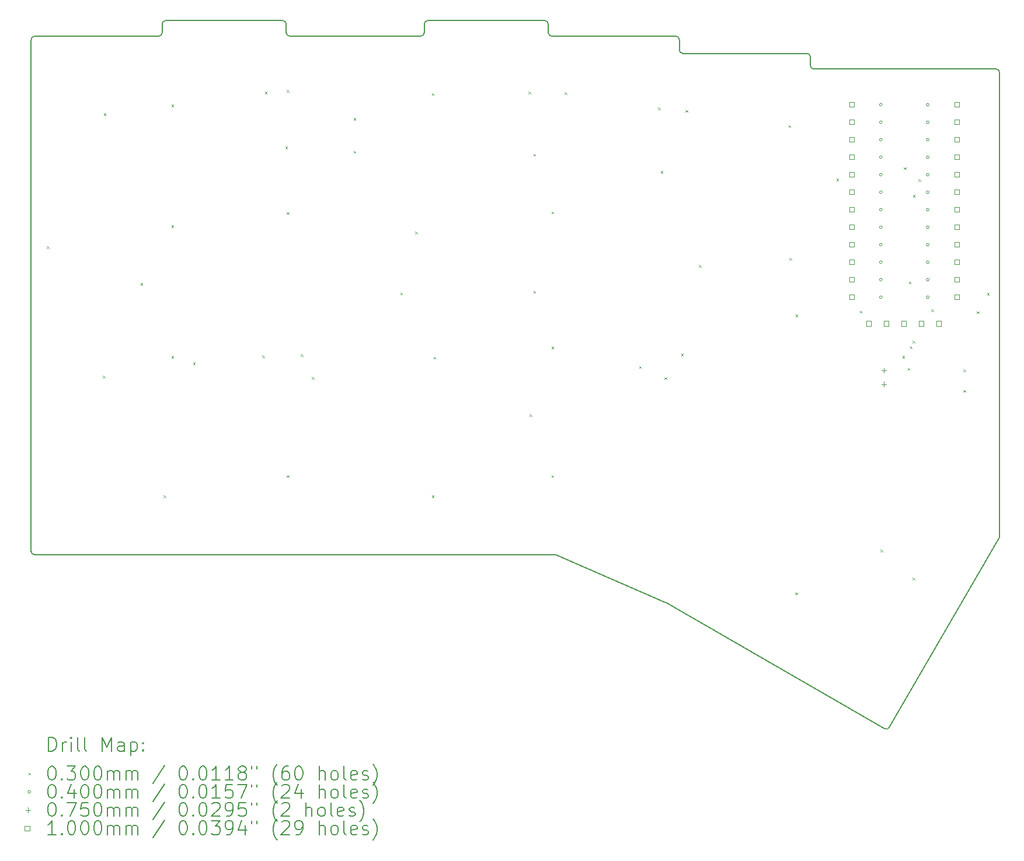
<source format=gbr>
%TF.GenerationSoftware,KiCad,Pcbnew,8.0.8+1*%
%TF.CreationDate,2025-06-17T15:50:16+00:00*%
%TF.ProjectId,eggada50_wireless_autorouted,65676761-6461-4353-905f-776972656c65,0.2*%
%TF.SameCoordinates,Original*%
%TF.FileFunction,Drillmap*%
%TF.FilePolarity,Positive*%
%FSLAX45Y45*%
G04 Gerber Fmt 4.5, Leading zero omitted, Abs format (unit mm)*
G04 Created by KiCad (PCBNEW 8.0.8+1) date 2025-06-17 15:50:16*
%MOMM*%
%LPD*%
G01*
G04 APERTURE LIST*
%ADD10C,0.150000*%
%ADD11C,0.200000*%
%ADD12C,0.100000*%
G04 APERTURE END LIST*
D10*
X18508200Y-3449000D02*
X18508200Y-3598800D01*
X16658200Y-3399000D02*
X18458200Y-3399000D01*
X16697850Y-10924000D02*
G75*
G02*
X16717699Y-10928109I0J-50000D01*
G01*
X11008000Y-3223800D02*
G75*
G02*
X11058000Y-3173800I50000J0D01*
G01*
X16608200Y-3223800D02*
X16608200Y-3349000D01*
X9158199Y-10924000D02*
G75*
G02*
X9108200Y-10874001I1J50000D01*
G01*
X14808000Y-3349000D02*
G75*
G02*
X14758000Y-3399000I-50000J0D01*
G01*
X18311391Y-11617429D02*
G75*
G02*
X18316542Y-11620018I-19871J-45941D01*
G01*
X18558200Y-3648800D02*
X20358222Y-3648800D01*
X9108001Y-3449001D02*
G75*
G02*
X9158001Y-3399001I49999J1D01*
G01*
X14808000Y-3349000D02*
X14808000Y-3223800D01*
X11008000Y-3349000D02*
G75*
G02*
X10958000Y-3399000I-50000J0D01*
G01*
X18316542Y-11620019D02*
X21484938Y-13449293D01*
X23101300Y-3874000D02*
G75*
G02*
X23151300Y-3924000I0J-50000D01*
G01*
X18311391Y-11617429D02*
X16717699Y-10928109D01*
X14858000Y-3173800D02*
X16558200Y-3173800D01*
X18558200Y-3648800D02*
G75*
G02*
X18508200Y-3598800I0J50000D01*
G01*
X11058000Y-3173800D02*
X12758200Y-3173800D01*
X23151300Y-3924000D02*
X23151300Y-10666703D01*
X20358222Y-3648800D02*
G75*
G02*
X20408220Y-3698778I-2J-50000D01*
G01*
X9158001Y-3399000D02*
X10958000Y-3399000D01*
X16558200Y-3173800D02*
G75*
G02*
X16608200Y-3223800I0J-50000D01*
G01*
X12858200Y-3399000D02*
X14758000Y-3399000D01*
X9108199Y-10874001D02*
X9108001Y-3449001D01*
X20408222Y-3698778D02*
X20408278Y-3824022D01*
X23144601Y-10691703D02*
X23119800Y-10734660D01*
X12808200Y-3223800D02*
X12808200Y-3349000D01*
X14808000Y-3223800D02*
G75*
G02*
X14858000Y-3173800I50000J0D01*
G01*
X9158199Y-10924000D02*
X16697850Y-10924000D01*
X16658200Y-3399000D02*
G75*
G02*
X16608200Y-3349000I0J50000D01*
G01*
X20458278Y-3874000D02*
X23101300Y-3874000D01*
X12858200Y-3399000D02*
G75*
G02*
X12808200Y-3349000I0J50000D01*
G01*
X18458200Y-3399000D02*
G75*
G02*
X18508200Y-3449000I0J-50000D01*
G01*
X23151300Y-10666703D02*
G75*
G02*
X23144602Y-10691703I-50020J3D01*
G01*
X23119800Y-10734660D02*
X21553171Y-13431110D01*
X11008000Y-3349000D02*
X11008000Y-3223800D01*
X12758200Y-3173800D02*
G75*
G02*
X12808200Y-3223800I0J-50000D01*
G01*
X21553171Y-13431110D02*
G75*
G02*
X21484940Y-13449290I-43231J25120D01*
G01*
X20458278Y-3874000D02*
G75*
G02*
X20408280Y-3824022I2J50000D01*
G01*
D11*
D12*
X9334360Y-6447180D02*
X9364360Y-6477180D01*
X9364360Y-6447180D02*
X9334360Y-6477180D01*
X10149430Y-8330400D02*
X10179430Y-8360400D01*
X10179430Y-8330400D02*
X10149430Y-8360400D01*
X10162770Y-4517130D02*
X10192770Y-4547130D01*
X10192770Y-4517130D02*
X10162770Y-4547130D01*
X10693500Y-6983780D02*
X10723500Y-7013780D01*
X10723500Y-6983780D02*
X10693500Y-7013780D01*
X11027930Y-10065770D02*
X11057930Y-10095770D01*
X11057930Y-10065770D02*
X11027930Y-10095770D01*
X11145000Y-4392670D02*
X11175000Y-4422670D01*
X11175000Y-4392670D02*
X11145000Y-4422670D01*
X11145000Y-6142330D02*
X11175000Y-6172330D01*
X11175000Y-6142330D02*
X11145000Y-6172330D01*
X11145000Y-8042330D02*
X11175000Y-8072330D01*
X11175000Y-8042330D02*
X11145000Y-8072330D01*
X11456020Y-8135450D02*
X11486020Y-8165450D01*
X11486020Y-8135450D02*
X11456020Y-8165450D01*
X12460720Y-8032950D02*
X12490720Y-8062950D01*
X12490720Y-8032950D02*
X12460720Y-8062950D01*
X12497360Y-4203760D02*
X12527360Y-4233760D01*
X12527360Y-4203760D02*
X12497360Y-4233760D01*
X12794150Y-5001390D02*
X12824150Y-5031390D01*
X12824150Y-5001390D02*
X12794150Y-5031390D01*
X12817000Y-4178770D02*
X12847000Y-4208770D01*
X12847000Y-4178770D02*
X12817000Y-4208770D01*
X12817000Y-5955270D02*
X12847000Y-5985270D01*
X12847000Y-5955270D02*
X12817000Y-5985270D01*
X12817000Y-9771420D02*
X12847000Y-9801420D01*
X12847000Y-9771420D02*
X12817000Y-9801420D01*
X13019680Y-8014250D02*
X13049680Y-8044250D01*
X13049680Y-8014250D02*
X13019680Y-8044250D01*
X13179290Y-8347730D02*
X13209290Y-8377730D01*
X13209290Y-8347730D02*
X13179290Y-8377730D01*
X13785930Y-4585830D02*
X13815930Y-4615830D01*
X13815930Y-4585830D02*
X13785930Y-4615830D01*
X13785930Y-5066400D02*
X13815930Y-5096400D01*
X13815930Y-5066400D02*
X13785930Y-5096400D01*
X14462880Y-7122270D02*
X14492880Y-7152270D01*
X14492880Y-7122270D02*
X14462880Y-7152270D01*
X14676590Y-6239220D02*
X14706590Y-6269220D01*
X14706590Y-6239220D02*
X14676590Y-6269220D01*
X14917790Y-4225470D02*
X14947790Y-4255470D01*
X14947790Y-4225470D02*
X14917790Y-4255470D01*
X14917790Y-10065770D02*
X14947790Y-10095770D01*
X14947790Y-10065770D02*
X14917790Y-10095770D01*
X14945000Y-8054250D02*
X14975000Y-8084250D01*
X14975000Y-8054250D02*
X14945000Y-8084250D01*
X16320800Y-4205000D02*
X16350800Y-4235000D01*
X16350800Y-4205000D02*
X16320800Y-4235000D01*
X16339260Y-8888370D02*
X16369260Y-8918370D01*
X16369260Y-8888370D02*
X16339260Y-8918370D01*
X16393500Y-5108430D02*
X16423500Y-5138430D01*
X16423500Y-5108430D02*
X16393500Y-5138430D01*
X16393500Y-7094800D02*
X16423500Y-7124800D01*
X16423500Y-7094800D02*
X16393500Y-7124800D01*
X16656250Y-5944870D02*
X16686250Y-5974870D01*
X16686250Y-5944870D02*
X16656250Y-5974870D01*
X16656250Y-7907070D02*
X16686250Y-7937070D01*
X16686250Y-7907070D02*
X16656250Y-7937070D01*
X16656250Y-9771420D02*
X16686250Y-9801420D01*
X16686250Y-9771420D02*
X16656250Y-9801420D01*
X16845000Y-4212220D02*
X16875000Y-4242220D01*
X16875000Y-4212220D02*
X16845000Y-4242220D01*
X17925510Y-8188830D02*
X17955510Y-8218830D01*
X17955510Y-8188830D02*
X17925510Y-8218830D01*
X18200080Y-4433090D02*
X18230080Y-4463090D01*
X18230080Y-4433090D02*
X18200080Y-4463090D01*
X18238500Y-5356170D02*
X18268500Y-5386170D01*
X18268500Y-5356170D02*
X18238500Y-5386170D01*
X18293500Y-8348010D02*
X18323500Y-8378010D01*
X18323500Y-8348010D02*
X18293500Y-8378010D01*
X18535000Y-8005320D02*
X18565000Y-8035320D01*
X18565000Y-8005320D02*
X18535000Y-8035320D01*
X18598880Y-4473120D02*
X18628880Y-4503120D01*
X18628880Y-4473120D02*
X18598880Y-4503120D01*
X18791490Y-6721000D02*
X18821490Y-6751000D01*
X18821490Y-6721000D02*
X18791490Y-6751000D01*
X20093090Y-4693280D02*
X20123090Y-4723280D01*
X20123090Y-4693280D02*
X20093090Y-4723280D01*
X20105230Y-6616230D02*
X20135230Y-6646230D01*
X20135230Y-6616230D02*
X20105230Y-6646230D01*
X20187710Y-11473060D02*
X20217710Y-11503060D01*
X20217710Y-11473060D02*
X20187710Y-11503060D01*
X20193500Y-7440560D02*
X20223500Y-7470560D01*
X20223500Y-7440560D02*
X20193500Y-7470560D01*
X20788210Y-5467720D02*
X20818210Y-5497720D01*
X20818210Y-5467720D02*
X20788210Y-5497720D01*
X21126530Y-7385130D02*
X21156530Y-7415130D01*
X21156530Y-7385130D02*
X21126530Y-7415130D01*
X21425620Y-10850080D02*
X21455620Y-10880080D01*
X21455620Y-10850080D02*
X21425620Y-10880080D01*
X21741600Y-8041250D02*
X21771600Y-8071250D01*
X21771600Y-8041250D02*
X21741600Y-8071250D01*
X21765710Y-5302440D02*
X21795710Y-5332440D01*
X21795710Y-5302440D02*
X21765710Y-5332440D01*
X21818810Y-8212960D02*
X21848810Y-8242960D01*
X21848810Y-8212960D02*
X21818810Y-8242960D01*
X21835250Y-6960560D02*
X21865250Y-6990560D01*
X21865250Y-6960560D02*
X21835250Y-6990560D01*
X21855170Y-7900000D02*
X21885170Y-7930000D01*
X21885170Y-7900000D02*
X21855170Y-7930000D01*
X21891250Y-7820000D02*
X21921250Y-7850000D01*
X21921250Y-7820000D02*
X21891250Y-7850000D01*
X21893410Y-11260100D02*
X21923410Y-11290100D01*
X21923410Y-11260100D02*
X21893410Y-11290100D01*
X21895430Y-5706010D02*
X21925430Y-5736010D01*
X21925430Y-5706010D02*
X21895430Y-5736010D01*
X21975770Y-5477040D02*
X22005770Y-5507040D01*
X22005770Y-5477040D02*
X21975770Y-5507040D01*
X22161030Y-7365480D02*
X22191030Y-7395480D01*
X22191030Y-7365480D02*
X22161030Y-7395480D01*
X22627580Y-8235000D02*
X22657580Y-8265000D01*
X22657580Y-8235000D02*
X22627580Y-8265000D01*
X22629750Y-8535000D02*
X22659750Y-8565000D01*
X22659750Y-8535000D02*
X22629750Y-8565000D01*
X22825000Y-7392620D02*
X22855000Y-7422620D01*
X22855000Y-7392620D02*
X22825000Y-7422620D01*
X22972590Y-7127580D02*
X23002590Y-7157580D01*
X23002590Y-7127580D02*
X22972590Y-7157580D01*
X21450400Y-4392000D02*
G75*
G02*
X21410400Y-4392000I-20000J0D01*
G01*
X21410400Y-4392000D02*
G75*
G02*
X21450400Y-4392000I20000J0D01*
G01*
X21450400Y-4646000D02*
G75*
G02*
X21410400Y-4646000I-20000J0D01*
G01*
X21410400Y-4646000D02*
G75*
G02*
X21450400Y-4646000I20000J0D01*
G01*
X21450400Y-4900000D02*
G75*
G02*
X21410400Y-4900000I-20000J0D01*
G01*
X21410400Y-4900000D02*
G75*
G02*
X21450400Y-4900000I20000J0D01*
G01*
X21450400Y-5154000D02*
G75*
G02*
X21410400Y-5154000I-20000J0D01*
G01*
X21410400Y-5154000D02*
G75*
G02*
X21450400Y-5154000I20000J0D01*
G01*
X21450400Y-5408000D02*
G75*
G02*
X21410400Y-5408000I-20000J0D01*
G01*
X21410400Y-5408000D02*
G75*
G02*
X21450400Y-5408000I20000J0D01*
G01*
X21450400Y-5662000D02*
G75*
G02*
X21410400Y-5662000I-20000J0D01*
G01*
X21410400Y-5662000D02*
G75*
G02*
X21450400Y-5662000I20000J0D01*
G01*
X21450400Y-5916000D02*
G75*
G02*
X21410400Y-5916000I-20000J0D01*
G01*
X21410400Y-5916000D02*
G75*
G02*
X21450400Y-5916000I20000J0D01*
G01*
X21450400Y-6170000D02*
G75*
G02*
X21410400Y-6170000I-20000J0D01*
G01*
X21410400Y-6170000D02*
G75*
G02*
X21450400Y-6170000I20000J0D01*
G01*
X21450400Y-6424000D02*
G75*
G02*
X21410400Y-6424000I-20000J0D01*
G01*
X21410400Y-6424000D02*
G75*
G02*
X21450400Y-6424000I20000J0D01*
G01*
X21450400Y-6678000D02*
G75*
G02*
X21410400Y-6678000I-20000J0D01*
G01*
X21410400Y-6678000D02*
G75*
G02*
X21450400Y-6678000I20000J0D01*
G01*
X21450400Y-6932000D02*
G75*
G02*
X21410400Y-6932000I-20000J0D01*
G01*
X21410400Y-6932000D02*
G75*
G02*
X21450400Y-6932000I20000J0D01*
G01*
X21450400Y-7186000D02*
G75*
G02*
X21410400Y-7186000I-20000J0D01*
G01*
X21410400Y-7186000D02*
G75*
G02*
X21450400Y-7186000I20000J0D01*
G01*
X22130400Y-4392000D02*
G75*
G02*
X22090400Y-4392000I-20000J0D01*
G01*
X22090400Y-4392000D02*
G75*
G02*
X22130400Y-4392000I20000J0D01*
G01*
X22130400Y-4646000D02*
G75*
G02*
X22090400Y-4646000I-20000J0D01*
G01*
X22090400Y-4646000D02*
G75*
G02*
X22130400Y-4646000I20000J0D01*
G01*
X22130400Y-4900000D02*
G75*
G02*
X22090400Y-4900000I-20000J0D01*
G01*
X22090400Y-4900000D02*
G75*
G02*
X22130400Y-4900000I20000J0D01*
G01*
X22130400Y-5154000D02*
G75*
G02*
X22090400Y-5154000I-20000J0D01*
G01*
X22090400Y-5154000D02*
G75*
G02*
X22130400Y-5154000I20000J0D01*
G01*
X22130400Y-5408000D02*
G75*
G02*
X22090400Y-5408000I-20000J0D01*
G01*
X22090400Y-5408000D02*
G75*
G02*
X22130400Y-5408000I20000J0D01*
G01*
X22130400Y-5662000D02*
G75*
G02*
X22090400Y-5662000I-20000J0D01*
G01*
X22090400Y-5662000D02*
G75*
G02*
X22130400Y-5662000I20000J0D01*
G01*
X22130400Y-5916000D02*
G75*
G02*
X22090400Y-5916000I-20000J0D01*
G01*
X22090400Y-5916000D02*
G75*
G02*
X22130400Y-5916000I20000J0D01*
G01*
X22130400Y-6170000D02*
G75*
G02*
X22090400Y-6170000I-20000J0D01*
G01*
X22090400Y-6170000D02*
G75*
G02*
X22130400Y-6170000I20000J0D01*
G01*
X22130400Y-6424000D02*
G75*
G02*
X22090400Y-6424000I-20000J0D01*
G01*
X22090400Y-6424000D02*
G75*
G02*
X22130400Y-6424000I20000J0D01*
G01*
X22130400Y-6678000D02*
G75*
G02*
X22090400Y-6678000I-20000J0D01*
G01*
X22090400Y-6678000D02*
G75*
G02*
X22130400Y-6678000I20000J0D01*
G01*
X22130400Y-6932000D02*
G75*
G02*
X22090400Y-6932000I-20000J0D01*
G01*
X22090400Y-6932000D02*
G75*
G02*
X22130400Y-6932000I20000J0D01*
G01*
X22130400Y-7186000D02*
G75*
G02*
X22090400Y-7186000I-20000J0D01*
G01*
X22090400Y-7186000D02*
G75*
G02*
X22130400Y-7186000I20000J0D01*
G01*
X21475000Y-8212500D02*
X21475000Y-8287500D01*
X21437500Y-8250000D02*
X21512500Y-8250000D01*
X21475000Y-8412500D02*
X21475000Y-8487500D01*
X21437500Y-8450000D02*
X21512500Y-8450000D01*
X21043756Y-4427356D02*
X21043756Y-4356644D01*
X20973044Y-4356644D01*
X20973044Y-4427356D01*
X21043756Y-4427356D01*
X21043756Y-4681356D02*
X21043756Y-4610644D01*
X20973044Y-4610644D01*
X20973044Y-4681356D01*
X21043756Y-4681356D01*
X21043756Y-4935356D02*
X21043756Y-4864644D01*
X20973044Y-4864644D01*
X20973044Y-4935356D01*
X21043756Y-4935356D01*
X21043756Y-5189356D02*
X21043756Y-5118644D01*
X20973044Y-5118644D01*
X20973044Y-5189356D01*
X21043756Y-5189356D01*
X21043756Y-5443356D02*
X21043756Y-5372644D01*
X20973044Y-5372644D01*
X20973044Y-5443356D01*
X21043756Y-5443356D01*
X21043756Y-5697356D02*
X21043756Y-5626644D01*
X20973044Y-5626644D01*
X20973044Y-5697356D01*
X21043756Y-5697356D01*
X21043756Y-5951356D02*
X21043756Y-5880644D01*
X20973044Y-5880644D01*
X20973044Y-5951356D01*
X21043756Y-5951356D01*
X21043756Y-6205356D02*
X21043756Y-6134644D01*
X20973044Y-6134644D01*
X20973044Y-6205356D01*
X21043756Y-6205356D01*
X21043756Y-6459356D02*
X21043756Y-6388644D01*
X20973044Y-6388644D01*
X20973044Y-6459356D01*
X21043756Y-6459356D01*
X21043756Y-6713356D02*
X21043756Y-6642644D01*
X20973044Y-6642644D01*
X20973044Y-6713356D01*
X21043756Y-6713356D01*
X21043756Y-6967356D02*
X21043756Y-6896644D01*
X20973044Y-6896644D01*
X20973044Y-6967356D01*
X21043756Y-6967356D01*
X21043756Y-7221356D02*
X21043756Y-7150644D01*
X20973044Y-7150644D01*
X20973044Y-7221356D01*
X21043756Y-7221356D01*
X21292056Y-7605356D02*
X21292056Y-7534644D01*
X21221344Y-7534644D01*
X21221344Y-7605356D01*
X21292056Y-7605356D01*
X21546056Y-7605356D02*
X21546056Y-7534644D01*
X21475344Y-7534644D01*
X21475344Y-7605356D01*
X21546056Y-7605356D01*
X21800056Y-7605356D02*
X21800056Y-7534644D01*
X21729344Y-7534644D01*
X21729344Y-7605356D01*
X21800056Y-7605356D01*
X22054056Y-7605356D02*
X22054056Y-7534644D01*
X21983344Y-7534644D01*
X21983344Y-7605356D01*
X22054056Y-7605356D01*
X22308056Y-7605356D02*
X22308056Y-7534644D01*
X22237344Y-7534644D01*
X22237344Y-7605356D01*
X22308056Y-7605356D01*
X22567756Y-4427356D02*
X22567756Y-4356644D01*
X22497044Y-4356644D01*
X22497044Y-4427356D01*
X22567756Y-4427356D01*
X22567756Y-4681356D02*
X22567756Y-4610644D01*
X22497044Y-4610644D01*
X22497044Y-4681356D01*
X22567756Y-4681356D01*
X22567756Y-4935356D02*
X22567756Y-4864644D01*
X22497044Y-4864644D01*
X22497044Y-4935356D01*
X22567756Y-4935356D01*
X22567756Y-5189356D02*
X22567756Y-5118644D01*
X22497044Y-5118644D01*
X22497044Y-5189356D01*
X22567756Y-5189356D01*
X22567756Y-5443356D02*
X22567756Y-5372644D01*
X22497044Y-5372644D01*
X22497044Y-5443356D01*
X22567756Y-5443356D01*
X22567756Y-5697356D02*
X22567756Y-5626644D01*
X22497044Y-5626644D01*
X22497044Y-5697356D01*
X22567756Y-5697356D01*
X22567756Y-5951356D02*
X22567756Y-5880644D01*
X22497044Y-5880644D01*
X22497044Y-5951356D01*
X22567756Y-5951356D01*
X22567756Y-6205356D02*
X22567756Y-6134644D01*
X22497044Y-6134644D01*
X22497044Y-6205356D01*
X22567756Y-6205356D01*
X22567756Y-6459356D02*
X22567756Y-6388644D01*
X22497044Y-6388644D01*
X22497044Y-6459356D01*
X22567756Y-6459356D01*
X22567756Y-6713356D02*
X22567756Y-6642644D01*
X22497044Y-6642644D01*
X22497044Y-6713356D01*
X22567756Y-6713356D01*
X22567756Y-6967356D02*
X22567756Y-6896644D01*
X22497044Y-6896644D01*
X22497044Y-6967356D01*
X22567756Y-6967356D01*
X22567756Y-7221356D02*
X22567756Y-7150644D01*
X22497044Y-7150644D01*
X22497044Y-7221356D01*
X22567756Y-7221356D01*
D11*
X9361278Y-13774973D02*
X9361278Y-13574973D01*
X9361278Y-13574973D02*
X9408897Y-13574973D01*
X9408897Y-13574973D02*
X9437469Y-13584497D01*
X9437469Y-13584497D02*
X9456516Y-13603545D01*
X9456516Y-13603545D02*
X9466040Y-13622592D01*
X9466040Y-13622592D02*
X9475564Y-13660687D01*
X9475564Y-13660687D02*
X9475564Y-13689259D01*
X9475564Y-13689259D02*
X9466040Y-13727354D01*
X9466040Y-13727354D02*
X9456516Y-13746402D01*
X9456516Y-13746402D02*
X9437469Y-13765449D01*
X9437469Y-13765449D02*
X9408897Y-13774973D01*
X9408897Y-13774973D02*
X9361278Y-13774973D01*
X9561278Y-13774973D02*
X9561278Y-13641640D01*
X9561278Y-13679735D02*
X9570802Y-13660687D01*
X9570802Y-13660687D02*
X9580326Y-13651164D01*
X9580326Y-13651164D02*
X9599373Y-13641640D01*
X9599373Y-13641640D02*
X9618421Y-13641640D01*
X9685088Y-13774973D02*
X9685088Y-13641640D01*
X9685088Y-13574973D02*
X9675564Y-13584497D01*
X9675564Y-13584497D02*
X9685088Y-13594021D01*
X9685088Y-13594021D02*
X9694611Y-13584497D01*
X9694611Y-13584497D02*
X9685088Y-13574973D01*
X9685088Y-13574973D02*
X9685088Y-13594021D01*
X9808897Y-13774973D02*
X9789850Y-13765449D01*
X9789850Y-13765449D02*
X9780326Y-13746402D01*
X9780326Y-13746402D02*
X9780326Y-13574973D01*
X9913659Y-13774973D02*
X9894611Y-13765449D01*
X9894611Y-13765449D02*
X9885088Y-13746402D01*
X9885088Y-13746402D02*
X9885088Y-13574973D01*
X10142231Y-13774973D02*
X10142231Y-13574973D01*
X10142231Y-13574973D02*
X10208897Y-13717830D01*
X10208897Y-13717830D02*
X10275564Y-13574973D01*
X10275564Y-13574973D02*
X10275564Y-13774973D01*
X10456516Y-13774973D02*
X10456516Y-13670211D01*
X10456516Y-13670211D02*
X10446992Y-13651164D01*
X10446992Y-13651164D02*
X10427945Y-13641640D01*
X10427945Y-13641640D02*
X10389850Y-13641640D01*
X10389850Y-13641640D02*
X10370802Y-13651164D01*
X10456516Y-13765449D02*
X10437469Y-13774973D01*
X10437469Y-13774973D02*
X10389850Y-13774973D01*
X10389850Y-13774973D02*
X10370802Y-13765449D01*
X10370802Y-13765449D02*
X10361278Y-13746402D01*
X10361278Y-13746402D02*
X10361278Y-13727354D01*
X10361278Y-13727354D02*
X10370802Y-13708307D01*
X10370802Y-13708307D02*
X10389850Y-13698783D01*
X10389850Y-13698783D02*
X10437469Y-13698783D01*
X10437469Y-13698783D02*
X10456516Y-13689259D01*
X10551754Y-13641640D02*
X10551754Y-13841640D01*
X10551754Y-13651164D02*
X10570802Y-13641640D01*
X10570802Y-13641640D02*
X10608897Y-13641640D01*
X10608897Y-13641640D02*
X10627945Y-13651164D01*
X10627945Y-13651164D02*
X10637469Y-13660687D01*
X10637469Y-13660687D02*
X10646992Y-13679735D01*
X10646992Y-13679735D02*
X10646992Y-13736878D01*
X10646992Y-13736878D02*
X10637469Y-13755926D01*
X10637469Y-13755926D02*
X10627945Y-13765449D01*
X10627945Y-13765449D02*
X10608897Y-13774973D01*
X10608897Y-13774973D02*
X10570802Y-13774973D01*
X10570802Y-13774973D02*
X10551754Y-13765449D01*
X10732707Y-13755926D02*
X10742231Y-13765449D01*
X10742231Y-13765449D02*
X10732707Y-13774973D01*
X10732707Y-13774973D02*
X10723183Y-13765449D01*
X10723183Y-13765449D02*
X10732707Y-13755926D01*
X10732707Y-13755926D02*
X10732707Y-13774973D01*
X10732707Y-13651164D02*
X10742231Y-13660687D01*
X10742231Y-13660687D02*
X10732707Y-13670211D01*
X10732707Y-13670211D02*
X10723183Y-13660687D01*
X10723183Y-13660687D02*
X10732707Y-13651164D01*
X10732707Y-13651164D02*
X10732707Y-13670211D01*
D12*
X9070501Y-14088489D02*
X9100501Y-14118489D01*
X9100501Y-14088489D02*
X9070501Y-14118489D01*
D11*
X9399373Y-13994973D02*
X9418421Y-13994973D01*
X9418421Y-13994973D02*
X9437469Y-14004497D01*
X9437469Y-14004497D02*
X9446992Y-14014021D01*
X9446992Y-14014021D02*
X9456516Y-14033068D01*
X9456516Y-14033068D02*
X9466040Y-14071164D01*
X9466040Y-14071164D02*
X9466040Y-14118783D01*
X9466040Y-14118783D02*
X9456516Y-14156878D01*
X9456516Y-14156878D02*
X9446992Y-14175926D01*
X9446992Y-14175926D02*
X9437469Y-14185449D01*
X9437469Y-14185449D02*
X9418421Y-14194973D01*
X9418421Y-14194973D02*
X9399373Y-14194973D01*
X9399373Y-14194973D02*
X9380326Y-14185449D01*
X9380326Y-14185449D02*
X9370802Y-14175926D01*
X9370802Y-14175926D02*
X9361278Y-14156878D01*
X9361278Y-14156878D02*
X9351754Y-14118783D01*
X9351754Y-14118783D02*
X9351754Y-14071164D01*
X9351754Y-14071164D02*
X9361278Y-14033068D01*
X9361278Y-14033068D02*
X9370802Y-14014021D01*
X9370802Y-14014021D02*
X9380326Y-14004497D01*
X9380326Y-14004497D02*
X9399373Y-13994973D01*
X9551754Y-14175926D02*
X9561278Y-14185449D01*
X9561278Y-14185449D02*
X9551754Y-14194973D01*
X9551754Y-14194973D02*
X9542231Y-14185449D01*
X9542231Y-14185449D02*
X9551754Y-14175926D01*
X9551754Y-14175926D02*
X9551754Y-14194973D01*
X9627945Y-13994973D02*
X9751754Y-13994973D01*
X9751754Y-13994973D02*
X9685088Y-14071164D01*
X9685088Y-14071164D02*
X9713659Y-14071164D01*
X9713659Y-14071164D02*
X9732707Y-14080687D01*
X9732707Y-14080687D02*
X9742231Y-14090211D01*
X9742231Y-14090211D02*
X9751754Y-14109259D01*
X9751754Y-14109259D02*
X9751754Y-14156878D01*
X9751754Y-14156878D02*
X9742231Y-14175926D01*
X9742231Y-14175926D02*
X9732707Y-14185449D01*
X9732707Y-14185449D02*
X9713659Y-14194973D01*
X9713659Y-14194973D02*
X9656516Y-14194973D01*
X9656516Y-14194973D02*
X9637469Y-14185449D01*
X9637469Y-14185449D02*
X9627945Y-14175926D01*
X9875564Y-13994973D02*
X9894612Y-13994973D01*
X9894612Y-13994973D02*
X9913659Y-14004497D01*
X9913659Y-14004497D02*
X9923183Y-14014021D01*
X9923183Y-14014021D02*
X9932707Y-14033068D01*
X9932707Y-14033068D02*
X9942231Y-14071164D01*
X9942231Y-14071164D02*
X9942231Y-14118783D01*
X9942231Y-14118783D02*
X9932707Y-14156878D01*
X9932707Y-14156878D02*
X9923183Y-14175926D01*
X9923183Y-14175926D02*
X9913659Y-14185449D01*
X9913659Y-14185449D02*
X9894612Y-14194973D01*
X9894612Y-14194973D02*
X9875564Y-14194973D01*
X9875564Y-14194973D02*
X9856516Y-14185449D01*
X9856516Y-14185449D02*
X9846992Y-14175926D01*
X9846992Y-14175926D02*
X9837469Y-14156878D01*
X9837469Y-14156878D02*
X9827945Y-14118783D01*
X9827945Y-14118783D02*
X9827945Y-14071164D01*
X9827945Y-14071164D02*
X9837469Y-14033068D01*
X9837469Y-14033068D02*
X9846992Y-14014021D01*
X9846992Y-14014021D02*
X9856516Y-14004497D01*
X9856516Y-14004497D02*
X9875564Y-13994973D01*
X10066040Y-13994973D02*
X10085088Y-13994973D01*
X10085088Y-13994973D02*
X10104135Y-14004497D01*
X10104135Y-14004497D02*
X10113659Y-14014021D01*
X10113659Y-14014021D02*
X10123183Y-14033068D01*
X10123183Y-14033068D02*
X10132707Y-14071164D01*
X10132707Y-14071164D02*
X10132707Y-14118783D01*
X10132707Y-14118783D02*
X10123183Y-14156878D01*
X10123183Y-14156878D02*
X10113659Y-14175926D01*
X10113659Y-14175926D02*
X10104135Y-14185449D01*
X10104135Y-14185449D02*
X10085088Y-14194973D01*
X10085088Y-14194973D02*
X10066040Y-14194973D01*
X10066040Y-14194973D02*
X10046992Y-14185449D01*
X10046992Y-14185449D02*
X10037469Y-14175926D01*
X10037469Y-14175926D02*
X10027945Y-14156878D01*
X10027945Y-14156878D02*
X10018421Y-14118783D01*
X10018421Y-14118783D02*
X10018421Y-14071164D01*
X10018421Y-14071164D02*
X10027945Y-14033068D01*
X10027945Y-14033068D02*
X10037469Y-14014021D01*
X10037469Y-14014021D02*
X10046992Y-14004497D01*
X10046992Y-14004497D02*
X10066040Y-13994973D01*
X10218421Y-14194973D02*
X10218421Y-14061640D01*
X10218421Y-14080687D02*
X10227945Y-14071164D01*
X10227945Y-14071164D02*
X10246992Y-14061640D01*
X10246992Y-14061640D02*
X10275564Y-14061640D01*
X10275564Y-14061640D02*
X10294612Y-14071164D01*
X10294612Y-14071164D02*
X10304135Y-14090211D01*
X10304135Y-14090211D02*
X10304135Y-14194973D01*
X10304135Y-14090211D02*
X10313659Y-14071164D01*
X10313659Y-14071164D02*
X10332707Y-14061640D01*
X10332707Y-14061640D02*
X10361278Y-14061640D01*
X10361278Y-14061640D02*
X10380326Y-14071164D01*
X10380326Y-14071164D02*
X10389850Y-14090211D01*
X10389850Y-14090211D02*
X10389850Y-14194973D01*
X10485088Y-14194973D02*
X10485088Y-14061640D01*
X10485088Y-14080687D02*
X10494612Y-14071164D01*
X10494612Y-14071164D02*
X10513659Y-14061640D01*
X10513659Y-14061640D02*
X10542231Y-14061640D01*
X10542231Y-14061640D02*
X10561278Y-14071164D01*
X10561278Y-14071164D02*
X10570802Y-14090211D01*
X10570802Y-14090211D02*
X10570802Y-14194973D01*
X10570802Y-14090211D02*
X10580326Y-14071164D01*
X10580326Y-14071164D02*
X10599373Y-14061640D01*
X10599373Y-14061640D02*
X10627945Y-14061640D01*
X10627945Y-14061640D02*
X10646993Y-14071164D01*
X10646993Y-14071164D02*
X10656516Y-14090211D01*
X10656516Y-14090211D02*
X10656516Y-14194973D01*
X11046993Y-13985449D02*
X10875564Y-14242592D01*
X11304135Y-13994973D02*
X11323183Y-13994973D01*
X11323183Y-13994973D02*
X11342231Y-14004497D01*
X11342231Y-14004497D02*
X11351754Y-14014021D01*
X11351754Y-14014021D02*
X11361278Y-14033068D01*
X11361278Y-14033068D02*
X11370802Y-14071164D01*
X11370802Y-14071164D02*
X11370802Y-14118783D01*
X11370802Y-14118783D02*
X11361278Y-14156878D01*
X11361278Y-14156878D02*
X11351754Y-14175926D01*
X11351754Y-14175926D02*
X11342231Y-14185449D01*
X11342231Y-14185449D02*
X11323183Y-14194973D01*
X11323183Y-14194973D02*
X11304135Y-14194973D01*
X11304135Y-14194973D02*
X11285088Y-14185449D01*
X11285088Y-14185449D02*
X11275564Y-14175926D01*
X11275564Y-14175926D02*
X11266040Y-14156878D01*
X11266040Y-14156878D02*
X11256516Y-14118783D01*
X11256516Y-14118783D02*
X11256516Y-14071164D01*
X11256516Y-14071164D02*
X11266040Y-14033068D01*
X11266040Y-14033068D02*
X11275564Y-14014021D01*
X11275564Y-14014021D02*
X11285088Y-14004497D01*
X11285088Y-14004497D02*
X11304135Y-13994973D01*
X11456516Y-14175926D02*
X11466040Y-14185449D01*
X11466040Y-14185449D02*
X11456516Y-14194973D01*
X11456516Y-14194973D02*
X11446993Y-14185449D01*
X11446993Y-14185449D02*
X11456516Y-14175926D01*
X11456516Y-14175926D02*
X11456516Y-14194973D01*
X11589850Y-13994973D02*
X11608897Y-13994973D01*
X11608897Y-13994973D02*
X11627945Y-14004497D01*
X11627945Y-14004497D02*
X11637469Y-14014021D01*
X11637469Y-14014021D02*
X11646993Y-14033068D01*
X11646993Y-14033068D02*
X11656516Y-14071164D01*
X11656516Y-14071164D02*
X11656516Y-14118783D01*
X11656516Y-14118783D02*
X11646993Y-14156878D01*
X11646993Y-14156878D02*
X11637469Y-14175926D01*
X11637469Y-14175926D02*
X11627945Y-14185449D01*
X11627945Y-14185449D02*
X11608897Y-14194973D01*
X11608897Y-14194973D02*
X11589850Y-14194973D01*
X11589850Y-14194973D02*
X11570802Y-14185449D01*
X11570802Y-14185449D02*
X11561278Y-14175926D01*
X11561278Y-14175926D02*
X11551754Y-14156878D01*
X11551754Y-14156878D02*
X11542231Y-14118783D01*
X11542231Y-14118783D02*
X11542231Y-14071164D01*
X11542231Y-14071164D02*
X11551754Y-14033068D01*
X11551754Y-14033068D02*
X11561278Y-14014021D01*
X11561278Y-14014021D02*
X11570802Y-14004497D01*
X11570802Y-14004497D02*
X11589850Y-13994973D01*
X11846993Y-14194973D02*
X11732707Y-14194973D01*
X11789850Y-14194973D02*
X11789850Y-13994973D01*
X11789850Y-13994973D02*
X11770802Y-14023545D01*
X11770802Y-14023545D02*
X11751754Y-14042592D01*
X11751754Y-14042592D02*
X11732707Y-14052116D01*
X12037469Y-14194973D02*
X11923183Y-14194973D01*
X11980326Y-14194973D02*
X11980326Y-13994973D01*
X11980326Y-13994973D02*
X11961278Y-14023545D01*
X11961278Y-14023545D02*
X11942231Y-14042592D01*
X11942231Y-14042592D02*
X11923183Y-14052116D01*
X12151754Y-14080687D02*
X12132707Y-14071164D01*
X12132707Y-14071164D02*
X12123183Y-14061640D01*
X12123183Y-14061640D02*
X12113659Y-14042592D01*
X12113659Y-14042592D02*
X12113659Y-14033068D01*
X12113659Y-14033068D02*
X12123183Y-14014021D01*
X12123183Y-14014021D02*
X12132707Y-14004497D01*
X12132707Y-14004497D02*
X12151754Y-13994973D01*
X12151754Y-13994973D02*
X12189850Y-13994973D01*
X12189850Y-13994973D02*
X12208897Y-14004497D01*
X12208897Y-14004497D02*
X12218421Y-14014021D01*
X12218421Y-14014021D02*
X12227945Y-14033068D01*
X12227945Y-14033068D02*
X12227945Y-14042592D01*
X12227945Y-14042592D02*
X12218421Y-14061640D01*
X12218421Y-14061640D02*
X12208897Y-14071164D01*
X12208897Y-14071164D02*
X12189850Y-14080687D01*
X12189850Y-14080687D02*
X12151754Y-14080687D01*
X12151754Y-14080687D02*
X12132707Y-14090211D01*
X12132707Y-14090211D02*
X12123183Y-14099735D01*
X12123183Y-14099735D02*
X12113659Y-14118783D01*
X12113659Y-14118783D02*
X12113659Y-14156878D01*
X12113659Y-14156878D02*
X12123183Y-14175926D01*
X12123183Y-14175926D02*
X12132707Y-14185449D01*
X12132707Y-14185449D02*
X12151754Y-14194973D01*
X12151754Y-14194973D02*
X12189850Y-14194973D01*
X12189850Y-14194973D02*
X12208897Y-14185449D01*
X12208897Y-14185449D02*
X12218421Y-14175926D01*
X12218421Y-14175926D02*
X12227945Y-14156878D01*
X12227945Y-14156878D02*
X12227945Y-14118783D01*
X12227945Y-14118783D02*
X12218421Y-14099735D01*
X12218421Y-14099735D02*
X12208897Y-14090211D01*
X12208897Y-14090211D02*
X12189850Y-14080687D01*
X12304135Y-13994973D02*
X12304135Y-14033068D01*
X12380326Y-13994973D02*
X12380326Y-14033068D01*
X12675564Y-14271164D02*
X12666040Y-14261640D01*
X12666040Y-14261640D02*
X12646993Y-14233068D01*
X12646993Y-14233068D02*
X12637469Y-14214021D01*
X12637469Y-14214021D02*
X12627945Y-14185449D01*
X12627945Y-14185449D02*
X12618421Y-14137830D01*
X12618421Y-14137830D02*
X12618421Y-14099735D01*
X12618421Y-14099735D02*
X12627945Y-14052116D01*
X12627945Y-14052116D02*
X12637469Y-14023545D01*
X12637469Y-14023545D02*
X12646993Y-14004497D01*
X12646993Y-14004497D02*
X12666040Y-13975926D01*
X12666040Y-13975926D02*
X12675564Y-13966402D01*
X12837469Y-13994973D02*
X12799374Y-13994973D01*
X12799374Y-13994973D02*
X12780326Y-14004497D01*
X12780326Y-14004497D02*
X12770802Y-14014021D01*
X12770802Y-14014021D02*
X12751755Y-14042592D01*
X12751755Y-14042592D02*
X12742231Y-14080687D01*
X12742231Y-14080687D02*
X12742231Y-14156878D01*
X12742231Y-14156878D02*
X12751755Y-14175926D01*
X12751755Y-14175926D02*
X12761278Y-14185449D01*
X12761278Y-14185449D02*
X12780326Y-14194973D01*
X12780326Y-14194973D02*
X12818421Y-14194973D01*
X12818421Y-14194973D02*
X12837469Y-14185449D01*
X12837469Y-14185449D02*
X12846993Y-14175926D01*
X12846993Y-14175926D02*
X12856516Y-14156878D01*
X12856516Y-14156878D02*
X12856516Y-14109259D01*
X12856516Y-14109259D02*
X12846993Y-14090211D01*
X12846993Y-14090211D02*
X12837469Y-14080687D01*
X12837469Y-14080687D02*
X12818421Y-14071164D01*
X12818421Y-14071164D02*
X12780326Y-14071164D01*
X12780326Y-14071164D02*
X12761278Y-14080687D01*
X12761278Y-14080687D02*
X12751755Y-14090211D01*
X12751755Y-14090211D02*
X12742231Y-14109259D01*
X12980326Y-13994973D02*
X12999374Y-13994973D01*
X12999374Y-13994973D02*
X13018421Y-14004497D01*
X13018421Y-14004497D02*
X13027945Y-14014021D01*
X13027945Y-14014021D02*
X13037469Y-14033068D01*
X13037469Y-14033068D02*
X13046993Y-14071164D01*
X13046993Y-14071164D02*
X13046993Y-14118783D01*
X13046993Y-14118783D02*
X13037469Y-14156878D01*
X13037469Y-14156878D02*
X13027945Y-14175926D01*
X13027945Y-14175926D02*
X13018421Y-14185449D01*
X13018421Y-14185449D02*
X12999374Y-14194973D01*
X12999374Y-14194973D02*
X12980326Y-14194973D01*
X12980326Y-14194973D02*
X12961278Y-14185449D01*
X12961278Y-14185449D02*
X12951755Y-14175926D01*
X12951755Y-14175926D02*
X12942231Y-14156878D01*
X12942231Y-14156878D02*
X12932707Y-14118783D01*
X12932707Y-14118783D02*
X12932707Y-14071164D01*
X12932707Y-14071164D02*
X12942231Y-14033068D01*
X12942231Y-14033068D02*
X12951755Y-14014021D01*
X12951755Y-14014021D02*
X12961278Y-14004497D01*
X12961278Y-14004497D02*
X12980326Y-13994973D01*
X13285088Y-14194973D02*
X13285088Y-13994973D01*
X13370802Y-14194973D02*
X13370802Y-14090211D01*
X13370802Y-14090211D02*
X13361278Y-14071164D01*
X13361278Y-14071164D02*
X13342231Y-14061640D01*
X13342231Y-14061640D02*
X13313659Y-14061640D01*
X13313659Y-14061640D02*
X13294612Y-14071164D01*
X13294612Y-14071164D02*
X13285088Y-14080687D01*
X13494612Y-14194973D02*
X13475564Y-14185449D01*
X13475564Y-14185449D02*
X13466040Y-14175926D01*
X13466040Y-14175926D02*
X13456517Y-14156878D01*
X13456517Y-14156878D02*
X13456517Y-14099735D01*
X13456517Y-14099735D02*
X13466040Y-14080687D01*
X13466040Y-14080687D02*
X13475564Y-14071164D01*
X13475564Y-14071164D02*
X13494612Y-14061640D01*
X13494612Y-14061640D02*
X13523183Y-14061640D01*
X13523183Y-14061640D02*
X13542231Y-14071164D01*
X13542231Y-14071164D02*
X13551755Y-14080687D01*
X13551755Y-14080687D02*
X13561278Y-14099735D01*
X13561278Y-14099735D02*
X13561278Y-14156878D01*
X13561278Y-14156878D02*
X13551755Y-14175926D01*
X13551755Y-14175926D02*
X13542231Y-14185449D01*
X13542231Y-14185449D02*
X13523183Y-14194973D01*
X13523183Y-14194973D02*
X13494612Y-14194973D01*
X13675564Y-14194973D02*
X13656517Y-14185449D01*
X13656517Y-14185449D02*
X13646993Y-14166402D01*
X13646993Y-14166402D02*
X13646993Y-13994973D01*
X13827945Y-14185449D02*
X13808898Y-14194973D01*
X13808898Y-14194973D02*
X13770802Y-14194973D01*
X13770802Y-14194973D02*
X13751755Y-14185449D01*
X13751755Y-14185449D02*
X13742231Y-14166402D01*
X13742231Y-14166402D02*
X13742231Y-14090211D01*
X13742231Y-14090211D02*
X13751755Y-14071164D01*
X13751755Y-14071164D02*
X13770802Y-14061640D01*
X13770802Y-14061640D02*
X13808898Y-14061640D01*
X13808898Y-14061640D02*
X13827945Y-14071164D01*
X13827945Y-14071164D02*
X13837469Y-14090211D01*
X13837469Y-14090211D02*
X13837469Y-14109259D01*
X13837469Y-14109259D02*
X13742231Y-14128307D01*
X13913659Y-14185449D02*
X13932707Y-14194973D01*
X13932707Y-14194973D02*
X13970802Y-14194973D01*
X13970802Y-14194973D02*
X13989850Y-14185449D01*
X13989850Y-14185449D02*
X13999374Y-14166402D01*
X13999374Y-14166402D02*
X13999374Y-14156878D01*
X13999374Y-14156878D02*
X13989850Y-14137830D01*
X13989850Y-14137830D02*
X13970802Y-14128307D01*
X13970802Y-14128307D02*
X13942231Y-14128307D01*
X13942231Y-14128307D02*
X13923183Y-14118783D01*
X13923183Y-14118783D02*
X13913659Y-14099735D01*
X13913659Y-14099735D02*
X13913659Y-14090211D01*
X13913659Y-14090211D02*
X13923183Y-14071164D01*
X13923183Y-14071164D02*
X13942231Y-14061640D01*
X13942231Y-14061640D02*
X13970802Y-14061640D01*
X13970802Y-14061640D02*
X13989850Y-14071164D01*
X14066040Y-14271164D02*
X14075564Y-14261640D01*
X14075564Y-14261640D02*
X14094612Y-14233068D01*
X14094612Y-14233068D02*
X14104136Y-14214021D01*
X14104136Y-14214021D02*
X14113659Y-14185449D01*
X14113659Y-14185449D02*
X14123183Y-14137830D01*
X14123183Y-14137830D02*
X14123183Y-14099735D01*
X14123183Y-14099735D02*
X14113659Y-14052116D01*
X14113659Y-14052116D02*
X14104136Y-14023545D01*
X14104136Y-14023545D02*
X14094612Y-14004497D01*
X14094612Y-14004497D02*
X14075564Y-13975926D01*
X14075564Y-13975926D02*
X14066040Y-13966402D01*
D12*
X9100501Y-14367489D02*
G75*
G02*
X9060501Y-14367489I-20000J0D01*
G01*
X9060501Y-14367489D02*
G75*
G02*
X9100501Y-14367489I20000J0D01*
G01*
D11*
X9399373Y-14258973D02*
X9418421Y-14258973D01*
X9418421Y-14258973D02*
X9437469Y-14268497D01*
X9437469Y-14268497D02*
X9446992Y-14278021D01*
X9446992Y-14278021D02*
X9456516Y-14297068D01*
X9456516Y-14297068D02*
X9466040Y-14335164D01*
X9466040Y-14335164D02*
X9466040Y-14382783D01*
X9466040Y-14382783D02*
X9456516Y-14420878D01*
X9456516Y-14420878D02*
X9446992Y-14439926D01*
X9446992Y-14439926D02*
X9437469Y-14449449D01*
X9437469Y-14449449D02*
X9418421Y-14458973D01*
X9418421Y-14458973D02*
X9399373Y-14458973D01*
X9399373Y-14458973D02*
X9380326Y-14449449D01*
X9380326Y-14449449D02*
X9370802Y-14439926D01*
X9370802Y-14439926D02*
X9361278Y-14420878D01*
X9361278Y-14420878D02*
X9351754Y-14382783D01*
X9351754Y-14382783D02*
X9351754Y-14335164D01*
X9351754Y-14335164D02*
X9361278Y-14297068D01*
X9361278Y-14297068D02*
X9370802Y-14278021D01*
X9370802Y-14278021D02*
X9380326Y-14268497D01*
X9380326Y-14268497D02*
X9399373Y-14258973D01*
X9551754Y-14439926D02*
X9561278Y-14449449D01*
X9561278Y-14449449D02*
X9551754Y-14458973D01*
X9551754Y-14458973D02*
X9542231Y-14449449D01*
X9542231Y-14449449D02*
X9551754Y-14439926D01*
X9551754Y-14439926D02*
X9551754Y-14458973D01*
X9732707Y-14325640D02*
X9732707Y-14458973D01*
X9685088Y-14249449D02*
X9637469Y-14392307D01*
X9637469Y-14392307D02*
X9761278Y-14392307D01*
X9875564Y-14258973D02*
X9894612Y-14258973D01*
X9894612Y-14258973D02*
X9913659Y-14268497D01*
X9913659Y-14268497D02*
X9923183Y-14278021D01*
X9923183Y-14278021D02*
X9932707Y-14297068D01*
X9932707Y-14297068D02*
X9942231Y-14335164D01*
X9942231Y-14335164D02*
X9942231Y-14382783D01*
X9942231Y-14382783D02*
X9932707Y-14420878D01*
X9932707Y-14420878D02*
X9923183Y-14439926D01*
X9923183Y-14439926D02*
X9913659Y-14449449D01*
X9913659Y-14449449D02*
X9894612Y-14458973D01*
X9894612Y-14458973D02*
X9875564Y-14458973D01*
X9875564Y-14458973D02*
X9856516Y-14449449D01*
X9856516Y-14449449D02*
X9846992Y-14439926D01*
X9846992Y-14439926D02*
X9837469Y-14420878D01*
X9837469Y-14420878D02*
X9827945Y-14382783D01*
X9827945Y-14382783D02*
X9827945Y-14335164D01*
X9827945Y-14335164D02*
X9837469Y-14297068D01*
X9837469Y-14297068D02*
X9846992Y-14278021D01*
X9846992Y-14278021D02*
X9856516Y-14268497D01*
X9856516Y-14268497D02*
X9875564Y-14258973D01*
X10066040Y-14258973D02*
X10085088Y-14258973D01*
X10085088Y-14258973D02*
X10104135Y-14268497D01*
X10104135Y-14268497D02*
X10113659Y-14278021D01*
X10113659Y-14278021D02*
X10123183Y-14297068D01*
X10123183Y-14297068D02*
X10132707Y-14335164D01*
X10132707Y-14335164D02*
X10132707Y-14382783D01*
X10132707Y-14382783D02*
X10123183Y-14420878D01*
X10123183Y-14420878D02*
X10113659Y-14439926D01*
X10113659Y-14439926D02*
X10104135Y-14449449D01*
X10104135Y-14449449D02*
X10085088Y-14458973D01*
X10085088Y-14458973D02*
X10066040Y-14458973D01*
X10066040Y-14458973D02*
X10046992Y-14449449D01*
X10046992Y-14449449D02*
X10037469Y-14439926D01*
X10037469Y-14439926D02*
X10027945Y-14420878D01*
X10027945Y-14420878D02*
X10018421Y-14382783D01*
X10018421Y-14382783D02*
X10018421Y-14335164D01*
X10018421Y-14335164D02*
X10027945Y-14297068D01*
X10027945Y-14297068D02*
X10037469Y-14278021D01*
X10037469Y-14278021D02*
X10046992Y-14268497D01*
X10046992Y-14268497D02*
X10066040Y-14258973D01*
X10218421Y-14458973D02*
X10218421Y-14325640D01*
X10218421Y-14344687D02*
X10227945Y-14335164D01*
X10227945Y-14335164D02*
X10246992Y-14325640D01*
X10246992Y-14325640D02*
X10275564Y-14325640D01*
X10275564Y-14325640D02*
X10294612Y-14335164D01*
X10294612Y-14335164D02*
X10304135Y-14354211D01*
X10304135Y-14354211D02*
X10304135Y-14458973D01*
X10304135Y-14354211D02*
X10313659Y-14335164D01*
X10313659Y-14335164D02*
X10332707Y-14325640D01*
X10332707Y-14325640D02*
X10361278Y-14325640D01*
X10361278Y-14325640D02*
X10380326Y-14335164D01*
X10380326Y-14335164D02*
X10389850Y-14354211D01*
X10389850Y-14354211D02*
X10389850Y-14458973D01*
X10485088Y-14458973D02*
X10485088Y-14325640D01*
X10485088Y-14344687D02*
X10494612Y-14335164D01*
X10494612Y-14335164D02*
X10513659Y-14325640D01*
X10513659Y-14325640D02*
X10542231Y-14325640D01*
X10542231Y-14325640D02*
X10561278Y-14335164D01*
X10561278Y-14335164D02*
X10570802Y-14354211D01*
X10570802Y-14354211D02*
X10570802Y-14458973D01*
X10570802Y-14354211D02*
X10580326Y-14335164D01*
X10580326Y-14335164D02*
X10599373Y-14325640D01*
X10599373Y-14325640D02*
X10627945Y-14325640D01*
X10627945Y-14325640D02*
X10646993Y-14335164D01*
X10646993Y-14335164D02*
X10656516Y-14354211D01*
X10656516Y-14354211D02*
X10656516Y-14458973D01*
X11046993Y-14249449D02*
X10875564Y-14506592D01*
X11304135Y-14258973D02*
X11323183Y-14258973D01*
X11323183Y-14258973D02*
X11342231Y-14268497D01*
X11342231Y-14268497D02*
X11351754Y-14278021D01*
X11351754Y-14278021D02*
X11361278Y-14297068D01*
X11361278Y-14297068D02*
X11370802Y-14335164D01*
X11370802Y-14335164D02*
X11370802Y-14382783D01*
X11370802Y-14382783D02*
X11361278Y-14420878D01*
X11361278Y-14420878D02*
X11351754Y-14439926D01*
X11351754Y-14439926D02*
X11342231Y-14449449D01*
X11342231Y-14449449D02*
X11323183Y-14458973D01*
X11323183Y-14458973D02*
X11304135Y-14458973D01*
X11304135Y-14458973D02*
X11285088Y-14449449D01*
X11285088Y-14449449D02*
X11275564Y-14439926D01*
X11275564Y-14439926D02*
X11266040Y-14420878D01*
X11266040Y-14420878D02*
X11256516Y-14382783D01*
X11256516Y-14382783D02*
X11256516Y-14335164D01*
X11256516Y-14335164D02*
X11266040Y-14297068D01*
X11266040Y-14297068D02*
X11275564Y-14278021D01*
X11275564Y-14278021D02*
X11285088Y-14268497D01*
X11285088Y-14268497D02*
X11304135Y-14258973D01*
X11456516Y-14439926D02*
X11466040Y-14449449D01*
X11466040Y-14449449D02*
X11456516Y-14458973D01*
X11456516Y-14458973D02*
X11446993Y-14449449D01*
X11446993Y-14449449D02*
X11456516Y-14439926D01*
X11456516Y-14439926D02*
X11456516Y-14458973D01*
X11589850Y-14258973D02*
X11608897Y-14258973D01*
X11608897Y-14258973D02*
X11627945Y-14268497D01*
X11627945Y-14268497D02*
X11637469Y-14278021D01*
X11637469Y-14278021D02*
X11646993Y-14297068D01*
X11646993Y-14297068D02*
X11656516Y-14335164D01*
X11656516Y-14335164D02*
X11656516Y-14382783D01*
X11656516Y-14382783D02*
X11646993Y-14420878D01*
X11646993Y-14420878D02*
X11637469Y-14439926D01*
X11637469Y-14439926D02*
X11627945Y-14449449D01*
X11627945Y-14449449D02*
X11608897Y-14458973D01*
X11608897Y-14458973D02*
X11589850Y-14458973D01*
X11589850Y-14458973D02*
X11570802Y-14449449D01*
X11570802Y-14449449D02*
X11561278Y-14439926D01*
X11561278Y-14439926D02*
X11551754Y-14420878D01*
X11551754Y-14420878D02*
X11542231Y-14382783D01*
X11542231Y-14382783D02*
X11542231Y-14335164D01*
X11542231Y-14335164D02*
X11551754Y-14297068D01*
X11551754Y-14297068D02*
X11561278Y-14278021D01*
X11561278Y-14278021D02*
X11570802Y-14268497D01*
X11570802Y-14268497D02*
X11589850Y-14258973D01*
X11846993Y-14458973D02*
X11732707Y-14458973D01*
X11789850Y-14458973D02*
X11789850Y-14258973D01*
X11789850Y-14258973D02*
X11770802Y-14287545D01*
X11770802Y-14287545D02*
X11751754Y-14306592D01*
X11751754Y-14306592D02*
X11732707Y-14316116D01*
X12027945Y-14258973D02*
X11932707Y-14258973D01*
X11932707Y-14258973D02*
X11923183Y-14354211D01*
X11923183Y-14354211D02*
X11932707Y-14344687D01*
X11932707Y-14344687D02*
X11951754Y-14335164D01*
X11951754Y-14335164D02*
X11999374Y-14335164D01*
X11999374Y-14335164D02*
X12018421Y-14344687D01*
X12018421Y-14344687D02*
X12027945Y-14354211D01*
X12027945Y-14354211D02*
X12037469Y-14373259D01*
X12037469Y-14373259D02*
X12037469Y-14420878D01*
X12037469Y-14420878D02*
X12027945Y-14439926D01*
X12027945Y-14439926D02*
X12018421Y-14449449D01*
X12018421Y-14449449D02*
X11999374Y-14458973D01*
X11999374Y-14458973D02*
X11951754Y-14458973D01*
X11951754Y-14458973D02*
X11932707Y-14449449D01*
X11932707Y-14449449D02*
X11923183Y-14439926D01*
X12104135Y-14258973D02*
X12237469Y-14258973D01*
X12237469Y-14258973D02*
X12151754Y-14458973D01*
X12304135Y-14258973D02*
X12304135Y-14297068D01*
X12380326Y-14258973D02*
X12380326Y-14297068D01*
X12675564Y-14535164D02*
X12666040Y-14525640D01*
X12666040Y-14525640D02*
X12646993Y-14497068D01*
X12646993Y-14497068D02*
X12637469Y-14478021D01*
X12637469Y-14478021D02*
X12627945Y-14449449D01*
X12627945Y-14449449D02*
X12618421Y-14401830D01*
X12618421Y-14401830D02*
X12618421Y-14363735D01*
X12618421Y-14363735D02*
X12627945Y-14316116D01*
X12627945Y-14316116D02*
X12637469Y-14287545D01*
X12637469Y-14287545D02*
X12646993Y-14268497D01*
X12646993Y-14268497D02*
X12666040Y-14239926D01*
X12666040Y-14239926D02*
X12675564Y-14230402D01*
X12742231Y-14278021D02*
X12751755Y-14268497D01*
X12751755Y-14268497D02*
X12770802Y-14258973D01*
X12770802Y-14258973D02*
X12818421Y-14258973D01*
X12818421Y-14258973D02*
X12837469Y-14268497D01*
X12837469Y-14268497D02*
X12846993Y-14278021D01*
X12846993Y-14278021D02*
X12856516Y-14297068D01*
X12856516Y-14297068D02*
X12856516Y-14316116D01*
X12856516Y-14316116D02*
X12846993Y-14344687D01*
X12846993Y-14344687D02*
X12732707Y-14458973D01*
X12732707Y-14458973D02*
X12856516Y-14458973D01*
X13027945Y-14325640D02*
X13027945Y-14458973D01*
X12980326Y-14249449D02*
X12932707Y-14392307D01*
X12932707Y-14392307D02*
X13056516Y-14392307D01*
X13285088Y-14458973D02*
X13285088Y-14258973D01*
X13370802Y-14458973D02*
X13370802Y-14354211D01*
X13370802Y-14354211D02*
X13361278Y-14335164D01*
X13361278Y-14335164D02*
X13342231Y-14325640D01*
X13342231Y-14325640D02*
X13313659Y-14325640D01*
X13313659Y-14325640D02*
X13294612Y-14335164D01*
X13294612Y-14335164D02*
X13285088Y-14344687D01*
X13494612Y-14458973D02*
X13475564Y-14449449D01*
X13475564Y-14449449D02*
X13466040Y-14439926D01*
X13466040Y-14439926D02*
X13456517Y-14420878D01*
X13456517Y-14420878D02*
X13456517Y-14363735D01*
X13456517Y-14363735D02*
X13466040Y-14344687D01*
X13466040Y-14344687D02*
X13475564Y-14335164D01*
X13475564Y-14335164D02*
X13494612Y-14325640D01*
X13494612Y-14325640D02*
X13523183Y-14325640D01*
X13523183Y-14325640D02*
X13542231Y-14335164D01*
X13542231Y-14335164D02*
X13551755Y-14344687D01*
X13551755Y-14344687D02*
X13561278Y-14363735D01*
X13561278Y-14363735D02*
X13561278Y-14420878D01*
X13561278Y-14420878D02*
X13551755Y-14439926D01*
X13551755Y-14439926D02*
X13542231Y-14449449D01*
X13542231Y-14449449D02*
X13523183Y-14458973D01*
X13523183Y-14458973D02*
X13494612Y-14458973D01*
X13675564Y-14458973D02*
X13656517Y-14449449D01*
X13656517Y-14449449D02*
X13646993Y-14430402D01*
X13646993Y-14430402D02*
X13646993Y-14258973D01*
X13827945Y-14449449D02*
X13808898Y-14458973D01*
X13808898Y-14458973D02*
X13770802Y-14458973D01*
X13770802Y-14458973D02*
X13751755Y-14449449D01*
X13751755Y-14449449D02*
X13742231Y-14430402D01*
X13742231Y-14430402D02*
X13742231Y-14354211D01*
X13742231Y-14354211D02*
X13751755Y-14335164D01*
X13751755Y-14335164D02*
X13770802Y-14325640D01*
X13770802Y-14325640D02*
X13808898Y-14325640D01*
X13808898Y-14325640D02*
X13827945Y-14335164D01*
X13827945Y-14335164D02*
X13837469Y-14354211D01*
X13837469Y-14354211D02*
X13837469Y-14373259D01*
X13837469Y-14373259D02*
X13742231Y-14392307D01*
X13913659Y-14449449D02*
X13932707Y-14458973D01*
X13932707Y-14458973D02*
X13970802Y-14458973D01*
X13970802Y-14458973D02*
X13989850Y-14449449D01*
X13989850Y-14449449D02*
X13999374Y-14430402D01*
X13999374Y-14430402D02*
X13999374Y-14420878D01*
X13999374Y-14420878D02*
X13989850Y-14401830D01*
X13989850Y-14401830D02*
X13970802Y-14392307D01*
X13970802Y-14392307D02*
X13942231Y-14392307D01*
X13942231Y-14392307D02*
X13923183Y-14382783D01*
X13923183Y-14382783D02*
X13913659Y-14363735D01*
X13913659Y-14363735D02*
X13913659Y-14354211D01*
X13913659Y-14354211D02*
X13923183Y-14335164D01*
X13923183Y-14335164D02*
X13942231Y-14325640D01*
X13942231Y-14325640D02*
X13970802Y-14325640D01*
X13970802Y-14325640D02*
X13989850Y-14335164D01*
X14066040Y-14535164D02*
X14075564Y-14525640D01*
X14075564Y-14525640D02*
X14094612Y-14497068D01*
X14094612Y-14497068D02*
X14104136Y-14478021D01*
X14104136Y-14478021D02*
X14113659Y-14449449D01*
X14113659Y-14449449D02*
X14123183Y-14401830D01*
X14123183Y-14401830D02*
X14123183Y-14363735D01*
X14123183Y-14363735D02*
X14113659Y-14316116D01*
X14113659Y-14316116D02*
X14104136Y-14287545D01*
X14104136Y-14287545D02*
X14094612Y-14268497D01*
X14094612Y-14268497D02*
X14075564Y-14239926D01*
X14075564Y-14239926D02*
X14066040Y-14230402D01*
D12*
X9063001Y-14593989D02*
X9063001Y-14668989D01*
X9025501Y-14631489D02*
X9100501Y-14631489D01*
D11*
X9399373Y-14522973D02*
X9418421Y-14522973D01*
X9418421Y-14522973D02*
X9437469Y-14532497D01*
X9437469Y-14532497D02*
X9446992Y-14542021D01*
X9446992Y-14542021D02*
X9456516Y-14561068D01*
X9456516Y-14561068D02*
X9466040Y-14599164D01*
X9466040Y-14599164D02*
X9466040Y-14646783D01*
X9466040Y-14646783D02*
X9456516Y-14684878D01*
X9456516Y-14684878D02*
X9446992Y-14703926D01*
X9446992Y-14703926D02*
X9437469Y-14713449D01*
X9437469Y-14713449D02*
X9418421Y-14722973D01*
X9418421Y-14722973D02*
X9399373Y-14722973D01*
X9399373Y-14722973D02*
X9380326Y-14713449D01*
X9380326Y-14713449D02*
X9370802Y-14703926D01*
X9370802Y-14703926D02*
X9361278Y-14684878D01*
X9361278Y-14684878D02*
X9351754Y-14646783D01*
X9351754Y-14646783D02*
X9351754Y-14599164D01*
X9351754Y-14599164D02*
X9361278Y-14561068D01*
X9361278Y-14561068D02*
X9370802Y-14542021D01*
X9370802Y-14542021D02*
X9380326Y-14532497D01*
X9380326Y-14532497D02*
X9399373Y-14522973D01*
X9551754Y-14703926D02*
X9561278Y-14713449D01*
X9561278Y-14713449D02*
X9551754Y-14722973D01*
X9551754Y-14722973D02*
X9542231Y-14713449D01*
X9542231Y-14713449D02*
X9551754Y-14703926D01*
X9551754Y-14703926D02*
X9551754Y-14722973D01*
X9627945Y-14522973D02*
X9761278Y-14522973D01*
X9761278Y-14522973D02*
X9675564Y-14722973D01*
X9932707Y-14522973D02*
X9837469Y-14522973D01*
X9837469Y-14522973D02*
X9827945Y-14618211D01*
X9827945Y-14618211D02*
X9837469Y-14608687D01*
X9837469Y-14608687D02*
X9856516Y-14599164D01*
X9856516Y-14599164D02*
X9904135Y-14599164D01*
X9904135Y-14599164D02*
X9923183Y-14608687D01*
X9923183Y-14608687D02*
X9932707Y-14618211D01*
X9932707Y-14618211D02*
X9942231Y-14637259D01*
X9942231Y-14637259D02*
X9942231Y-14684878D01*
X9942231Y-14684878D02*
X9932707Y-14703926D01*
X9932707Y-14703926D02*
X9923183Y-14713449D01*
X9923183Y-14713449D02*
X9904135Y-14722973D01*
X9904135Y-14722973D02*
X9856516Y-14722973D01*
X9856516Y-14722973D02*
X9837469Y-14713449D01*
X9837469Y-14713449D02*
X9827945Y-14703926D01*
X10066040Y-14522973D02*
X10085088Y-14522973D01*
X10085088Y-14522973D02*
X10104135Y-14532497D01*
X10104135Y-14532497D02*
X10113659Y-14542021D01*
X10113659Y-14542021D02*
X10123183Y-14561068D01*
X10123183Y-14561068D02*
X10132707Y-14599164D01*
X10132707Y-14599164D02*
X10132707Y-14646783D01*
X10132707Y-14646783D02*
X10123183Y-14684878D01*
X10123183Y-14684878D02*
X10113659Y-14703926D01*
X10113659Y-14703926D02*
X10104135Y-14713449D01*
X10104135Y-14713449D02*
X10085088Y-14722973D01*
X10085088Y-14722973D02*
X10066040Y-14722973D01*
X10066040Y-14722973D02*
X10046992Y-14713449D01*
X10046992Y-14713449D02*
X10037469Y-14703926D01*
X10037469Y-14703926D02*
X10027945Y-14684878D01*
X10027945Y-14684878D02*
X10018421Y-14646783D01*
X10018421Y-14646783D02*
X10018421Y-14599164D01*
X10018421Y-14599164D02*
X10027945Y-14561068D01*
X10027945Y-14561068D02*
X10037469Y-14542021D01*
X10037469Y-14542021D02*
X10046992Y-14532497D01*
X10046992Y-14532497D02*
X10066040Y-14522973D01*
X10218421Y-14722973D02*
X10218421Y-14589640D01*
X10218421Y-14608687D02*
X10227945Y-14599164D01*
X10227945Y-14599164D02*
X10246992Y-14589640D01*
X10246992Y-14589640D02*
X10275564Y-14589640D01*
X10275564Y-14589640D02*
X10294612Y-14599164D01*
X10294612Y-14599164D02*
X10304135Y-14618211D01*
X10304135Y-14618211D02*
X10304135Y-14722973D01*
X10304135Y-14618211D02*
X10313659Y-14599164D01*
X10313659Y-14599164D02*
X10332707Y-14589640D01*
X10332707Y-14589640D02*
X10361278Y-14589640D01*
X10361278Y-14589640D02*
X10380326Y-14599164D01*
X10380326Y-14599164D02*
X10389850Y-14618211D01*
X10389850Y-14618211D02*
X10389850Y-14722973D01*
X10485088Y-14722973D02*
X10485088Y-14589640D01*
X10485088Y-14608687D02*
X10494612Y-14599164D01*
X10494612Y-14599164D02*
X10513659Y-14589640D01*
X10513659Y-14589640D02*
X10542231Y-14589640D01*
X10542231Y-14589640D02*
X10561278Y-14599164D01*
X10561278Y-14599164D02*
X10570802Y-14618211D01*
X10570802Y-14618211D02*
X10570802Y-14722973D01*
X10570802Y-14618211D02*
X10580326Y-14599164D01*
X10580326Y-14599164D02*
X10599373Y-14589640D01*
X10599373Y-14589640D02*
X10627945Y-14589640D01*
X10627945Y-14589640D02*
X10646993Y-14599164D01*
X10646993Y-14599164D02*
X10656516Y-14618211D01*
X10656516Y-14618211D02*
X10656516Y-14722973D01*
X11046993Y-14513449D02*
X10875564Y-14770592D01*
X11304135Y-14522973D02*
X11323183Y-14522973D01*
X11323183Y-14522973D02*
X11342231Y-14532497D01*
X11342231Y-14532497D02*
X11351754Y-14542021D01*
X11351754Y-14542021D02*
X11361278Y-14561068D01*
X11361278Y-14561068D02*
X11370802Y-14599164D01*
X11370802Y-14599164D02*
X11370802Y-14646783D01*
X11370802Y-14646783D02*
X11361278Y-14684878D01*
X11361278Y-14684878D02*
X11351754Y-14703926D01*
X11351754Y-14703926D02*
X11342231Y-14713449D01*
X11342231Y-14713449D02*
X11323183Y-14722973D01*
X11323183Y-14722973D02*
X11304135Y-14722973D01*
X11304135Y-14722973D02*
X11285088Y-14713449D01*
X11285088Y-14713449D02*
X11275564Y-14703926D01*
X11275564Y-14703926D02*
X11266040Y-14684878D01*
X11266040Y-14684878D02*
X11256516Y-14646783D01*
X11256516Y-14646783D02*
X11256516Y-14599164D01*
X11256516Y-14599164D02*
X11266040Y-14561068D01*
X11266040Y-14561068D02*
X11275564Y-14542021D01*
X11275564Y-14542021D02*
X11285088Y-14532497D01*
X11285088Y-14532497D02*
X11304135Y-14522973D01*
X11456516Y-14703926D02*
X11466040Y-14713449D01*
X11466040Y-14713449D02*
X11456516Y-14722973D01*
X11456516Y-14722973D02*
X11446993Y-14713449D01*
X11446993Y-14713449D02*
X11456516Y-14703926D01*
X11456516Y-14703926D02*
X11456516Y-14722973D01*
X11589850Y-14522973D02*
X11608897Y-14522973D01*
X11608897Y-14522973D02*
X11627945Y-14532497D01*
X11627945Y-14532497D02*
X11637469Y-14542021D01*
X11637469Y-14542021D02*
X11646993Y-14561068D01*
X11646993Y-14561068D02*
X11656516Y-14599164D01*
X11656516Y-14599164D02*
X11656516Y-14646783D01*
X11656516Y-14646783D02*
X11646993Y-14684878D01*
X11646993Y-14684878D02*
X11637469Y-14703926D01*
X11637469Y-14703926D02*
X11627945Y-14713449D01*
X11627945Y-14713449D02*
X11608897Y-14722973D01*
X11608897Y-14722973D02*
X11589850Y-14722973D01*
X11589850Y-14722973D02*
X11570802Y-14713449D01*
X11570802Y-14713449D02*
X11561278Y-14703926D01*
X11561278Y-14703926D02*
X11551754Y-14684878D01*
X11551754Y-14684878D02*
X11542231Y-14646783D01*
X11542231Y-14646783D02*
X11542231Y-14599164D01*
X11542231Y-14599164D02*
X11551754Y-14561068D01*
X11551754Y-14561068D02*
X11561278Y-14542021D01*
X11561278Y-14542021D02*
X11570802Y-14532497D01*
X11570802Y-14532497D02*
X11589850Y-14522973D01*
X11732707Y-14542021D02*
X11742231Y-14532497D01*
X11742231Y-14532497D02*
X11761278Y-14522973D01*
X11761278Y-14522973D02*
X11808897Y-14522973D01*
X11808897Y-14522973D02*
X11827945Y-14532497D01*
X11827945Y-14532497D02*
X11837469Y-14542021D01*
X11837469Y-14542021D02*
X11846993Y-14561068D01*
X11846993Y-14561068D02*
X11846993Y-14580116D01*
X11846993Y-14580116D02*
X11837469Y-14608687D01*
X11837469Y-14608687D02*
X11723183Y-14722973D01*
X11723183Y-14722973D02*
X11846993Y-14722973D01*
X11942231Y-14722973D02*
X11980326Y-14722973D01*
X11980326Y-14722973D02*
X11999374Y-14713449D01*
X11999374Y-14713449D02*
X12008897Y-14703926D01*
X12008897Y-14703926D02*
X12027945Y-14675354D01*
X12027945Y-14675354D02*
X12037469Y-14637259D01*
X12037469Y-14637259D02*
X12037469Y-14561068D01*
X12037469Y-14561068D02*
X12027945Y-14542021D01*
X12027945Y-14542021D02*
X12018421Y-14532497D01*
X12018421Y-14532497D02*
X11999374Y-14522973D01*
X11999374Y-14522973D02*
X11961278Y-14522973D01*
X11961278Y-14522973D02*
X11942231Y-14532497D01*
X11942231Y-14532497D02*
X11932707Y-14542021D01*
X11932707Y-14542021D02*
X11923183Y-14561068D01*
X11923183Y-14561068D02*
X11923183Y-14608687D01*
X11923183Y-14608687D02*
X11932707Y-14627735D01*
X11932707Y-14627735D02*
X11942231Y-14637259D01*
X11942231Y-14637259D02*
X11961278Y-14646783D01*
X11961278Y-14646783D02*
X11999374Y-14646783D01*
X11999374Y-14646783D02*
X12018421Y-14637259D01*
X12018421Y-14637259D02*
X12027945Y-14627735D01*
X12027945Y-14627735D02*
X12037469Y-14608687D01*
X12218421Y-14522973D02*
X12123183Y-14522973D01*
X12123183Y-14522973D02*
X12113659Y-14618211D01*
X12113659Y-14618211D02*
X12123183Y-14608687D01*
X12123183Y-14608687D02*
X12142231Y-14599164D01*
X12142231Y-14599164D02*
X12189850Y-14599164D01*
X12189850Y-14599164D02*
X12208897Y-14608687D01*
X12208897Y-14608687D02*
X12218421Y-14618211D01*
X12218421Y-14618211D02*
X12227945Y-14637259D01*
X12227945Y-14637259D02*
X12227945Y-14684878D01*
X12227945Y-14684878D02*
X12218421Y-14703926D01*
X12218421Y-14703926D02*
X12208897Y-14713449D01*
X12208897Y-14713449D02*
X12189850Y-14722973D01*
X12189850Y-14722973D02*
X12142231Y-14722973D01*
X12142231Y-14722973D02*
X12123183Y-14713449D01*
X12123183Y-14713449D02*
X12113659Y-14703926D01*
X12304135Y-14522973D02*
X12304135Y-14561068D01*
X12380326Y-14522973D02*
X12380326Y-14561068D01*
X12675564Y-14799164D02*
X12666040Y-14789640D01*
X12666040Y-14789640D02*
X12646993Y-14761068D01*
X12646993Y-14761068D02*
X12637469Y-14742021D01*
X12637469Y-14742021D02*
X12627945Y-14713449D01*
X12627945Y-14713449D02*
X12618421Y-14665830D01*
X12618421Y-14665830D02*
X12618421Y-14627735D01*
X12618421Y-14627735D02*
X12627945Y-14580116D01*
X12627945Y-14580116D02*
X12637469Y-14551545D01*
X12637469Y-14551545D02*
X12646993Y-14532497D01*
X12646993Y-14532497D02*
X12666040Y-14503926D01*
X12666040Y-14503926D02*
X12675564Y-14494402D01*
X12742231Y-14542021D02*
X12751755Y-14532497D01*
X12751755Y-14532497D02*
X12770802Y-14522973D01*
X12770802Y-14522973D02*
X12818421Y-14522973D01*
X12818421Y-14522973D02*
X12837469Y-14532497D01*
X12837469Y-14532497D02*
X12846993Y-14542021D01*
X12846993Y-14542021D02*
X12856516Y-14561068D01*
X12856516Y-14561068D02*
X12856516Y-14580116D01*
X12856516Y-14580116D02*
X12846993Y-14608687D01*
X12846993Y-14608687D02*
X12732707Y-14722973D01*
X12732707Y-14722973D02*
X12856516Y-14722973D01*
X13094612Y-14722973D02*
X13094612Y-14522973D01*
X13180326Y-14722973D02*
X13180326Y-14618211D01*
X13180326Y-14618211D02*
X13170802Y-14599164D01*
X13170802Y-14599164D02*
X13151755Y-14589640D01*
X13151755Y-14589640D02*
X13123183Y-14589640D01*
X13123183Y-14589640D02*
X13104136Y-14599164D01*
X13104136Y-14599164D02*
X13094612Y-14608687D01*
X13304136Y-14722973D02*
X13285088Y-14713449D01*
X13285088Y-14713449D02*
X13275564Y-14703926D01*
X13275564Y-14703926D02*
X13266040Y-14684878D01*
X13266040Y-14684878D02*
X13266040Y-14627735D01*
X13266040Y-14627735D02*
X13275564Y-14608687D01*
X13275564Y-14608687D02*
X13285088Y-14599164D01*
X13285088Y-14599164D02*
X13304136Y-14589640D01*
X13304136Y-14589640D02*
X13332707Y-14589640D01*
X13332707Y-14589640D02*
X13351755Y-14599164D01*
X13351755Y-14599164D02*
X13361278Y-14608687D01*
X13361278Y-14608687D02*
X13370802Y-14627735D01*
X13370802Y-14627735D02*
X13370802Y-14684878D01*
X13370802Y-14684878D02*
X13361278Y-14703926D01*
X13361278Y-14703926D02*
X13351755Y-14713449D01*
X13351755Y-14713449D02*
X13332707Y-14722973D01*
X13332707Y-14722973D02*
X13304136Y-14722973D01*
X13485088Y-14722973D02*
X13466040Y-14713449D01*
X13466040Y-14713449D02*
X13456517Y-14694402D01*
X13456517Y-14694402D02*
X13456517Y-14522973D01*
X13637469Y-14713449D02*
X13618421Y-14722973D01*
X13618421Y-14722973D02*
X13580326Y-14722973D01*
X13580326Y-14722973D02*
X13561278Y-14713449D01*
X13561278Y-14713449D02*
X13551755Y-14694402D01*
X13551755Y-14694402D02*
X13551755Y-14618211D01*
X13551755Y-14618211D02*
X13561278Y-14599164D01*
X13561278Y-14599164D02*
X13580326Y-14589640D01*
X13580326Y-14589640D02*
X13618421Y-14589640D01*
X13618421Y-14589640D02*
X13637469Y-14599164D01*
X13637469Y-14599164D02*
X13646993Y-14618211D01*
X13646993Y-14618211D02*
X13646993Y-14637259D01*
X13646993Y-14637259D02*
X13551755Y-14656307D01*
X13723183Y-14713449D02*
X13742231Y-14722973D01*
X13742231Y-14722973D02*
X13780326Y-14722973D01*
X13780326Y-14722973D02*
X13799374Y-14713449D01*
X13799374Y-14713449D02*
X13808898Y-14694402D01*
X13808898Y-14694402D02*
X13808898Y-14684878D01*
X13808898Y-14684878D02*
X13799374Y-14665830D01*
X13799374Y-14665830D02*
X13780326Y-14656307D01*
X13780326Y-14656307D02*
X13751755Y-14656307D01*
X13751755Y-14656307D02*
X13732707Y-14646783D01*
X13732707Y-14646783D02*
X13723183Y-14627735D01*
X13723183Y-14627735D02*
X13723183Y-14618211D01*
X13723183Y-14618211D02*
X13732707Y-14599164D01*
X13732707Y-14599164D02*
X13751755Y-14589640D01*
X13751755Y-14589640D02*
X13780326Y-14589640D01*
X13780326Y-14589640D02*
X13799374Y-14599164D01*
X13875564Y-14799164D02*
X13885088Y-14789640D01*
X13885088Y-14789640D02*
X13904136Y-14761068D01*
X13904136Y-14761068D02*
X13913659Y-14742021D01*
X13913659Y-14742021D02*
X13923183Y-14713449D01*
X13923183Y-14713449D02*
X13932707Y-14665830D01*
X13932707Y-14665830D02*
X13932707Y-14627735D01*
X13932707Y-14627735D02*
X13923183Y-14580116D01*
X13923183Y-14580116D02*
X13913659Y-14551545D01*
X13913659Y-14551545D02*
X13904136Y-14532497D01*
X13904136Y-14532497D02*
X13885088Y-14503926D01*
X13885088Y-14503926D02*
X13875564Y-14494402D01*
D12*
X9085857Y-14930845D02*
X9085857Y-14860134D01*
X9015146Y-14860134D01*
X9015146Y-14930845D01*
X9085857Y-14930845D01*
D11*
X9466040Y-14986973D02*
X9351754Y-14986973D01*
X9408897Y-14986973D02*
X9408897Y-14786973D01*
X9408897Y-14786973D02*
X9389850Y-14815545D01*
X9389850Y-14815545D02*
X9370802Y-14834592D01*
X9370802Y-14834592D02*
X9351754Y-14844116D01*
X9551754Y-14967926D02*
X9561278Y-14977449D01*
X9561278Y-14977449D02*
X9551754Y-14986973D01*
X9551754Y-14986973D02*
X9542231Y-14977449D01*
X9542231Y-14977449D02*
X9551754Y-14967926D01*
X9551754Y-14967926D02*
X9551754Y-14986973D01*
X9685088Y-14786973D02*
X9704135Y-14786973D01*
X9704135Y-14786973D02*
X9723183Y-14796497D01*
X9723183Y-14796497D02*
X9732707Y-14806021D01*
X9732707Y-14806021D02*
X9742231Y-14825068D01*
X9742231Y-14825068D02*
X9751754Y-14863164D01*
X9751754Y-14863164D02*
X9751754Y-14910783D01*
X9751754Y-14910783D02*
X9742231Y-14948878D01*
X9742231Y-14948878D02*
X9732707Y-14967926D01*
X9732707Y-14967926D02*
X9723183Y-14977449D01*
X9723183Y-14977449D02*
X9704135Y-14986973D01*
X9704135Y-14986973D02*
X9685088Y-14986973D01*
X9685088Y-14986973D02*
X9666040Y-14977449D01*
X9666040Y-14977449D02*
X9656516Y-14967926D01*
X9656516Y-14967926D02*
X9646992Y-14948878D01*
X9646992Y-14948878D02*
X9637469Y-14910783D01*
X9637469Y-14910783D02*
X9637469Y-14863164D01*
X9637469Y-14863164D02*
X9646992Y-14825068D01*
X9646992Y-14825068D02*
X9656516Y-14806021D01*
X9656516Y-14806021D02*
X9666040Y-14796497D01*
X9666040Y-14796497D02*
X9685088Y-14786973D01*
X9875564Y-14786973D02*
X9894612Y-14786973D01*
X9894612Y-14786973D02*
X9913659Y-14796497D01*
X9913659Y-14796497D02*
X9923183Y-14806021D01*
X9923183Y-14806021D02*
X9932707Y-14825068D01*
X9932707Y-14825068D02*
X9942231Y-14863164D01*
X9942231Y-14863164D02*
X9942231Y-14910783D01*
X9942231Y-14910783D02*
X9932707Y-14948878D01*
X9932707Y-14948878D02*
X9923183Y-14967926D01*
X9923183Y-14967926D02*
X9913659Y-14977449D01*
X9913659Y-14977449D02*
X9894612Y-14986973D01*
X9894612Y-14986973D02*
X9875564Y-14986973D01*
X9875564Y-14986973D02*
X9856516Y-14977449D01*
X9856516Y-14977449D02*
X9846992Y-14967926D01*
X9846992Y-14967926D02*
X9837469Y-14948878D01*
X9837469Y-14948878D02*
X9827945Y-14910783D01*
X9827945Y-14910783D02*
X9827945Y-14863164D01*
X9827945Y-14863164D02*
X9837469Y-14825068D01*
X9837469Y-14825068D02*
X9846992Y-14806021D01*
X9846992Y-14806021D02*
X9856516Y-14796497D01*
X9856516Y-14796497D02*
X9875564Y-14786973D01*
X10066040Y-14786973D02*
X10085088Y-14786973D01*
X10085088Y-14786973D02*
X10104135Y-14796497D01*
X10104135Y-14796497D02*
X10113659Y-14806021D01*
X10113659Y-14806021D02*
X10123183Y-14825068D01*
X10123183Y-14825068D02*
X10132707Y-14863164D01*
X10132707Y-14863164D02*
X10132707Y-14910783D01*
X10132707Y-14910783D02*
X10123183Y-14948878D01*
X10123183Y-14948878D02*
X10113659Y-14967926D01*
X10113659Y-14967926D02*
X10104135Y-14977449D01*
X10104135Y-14977449D02*
X10085088Y-14986973D01*
X10085088Y-14986973D02*
X10066040Y-14986973D01*
X10066040Y-14986973D02*
X10046992Y-14977449D01*
X10046992Y-14977449D02*
X10037469Y-14967926D01*
X10037469Y-14967926D02*
X10027945Y-14948878D01*
X10027945Y-14948878D02*
X10018421Y-14910783D01*
X10018421Y-14910783D02*
X10018421Y-14863164D01*
X10018421Y-14863164D02*
X10027945Y-14825068D01*
X10027945Y-14825068D02*
X10037469Y-14806021D01*
X10037469Y-14806021D02*
X10046992Y-14796497D01*
X10046992Y-14796497D02*
X10066040Y-14786973D01*
X10218421Y-14986973D02*
X10218421Y-14853640D01*
X10218421Y-14872687D02*
X10227945Y-14863164D01*
X10227945Y-14863164D02*
X10246992Y-14853640D01*
X10246992Y-14853640D02*
X10275564Y-14853640D01*
X10275564Y-14853640D02*
X10294612Y-14863164D01*
X10294612Y-14863164D02*
X10304135Y-14882211D01*
X10304135Y-14882211D02*
X10304135Y-14986973D01*
X10304135Y-14882211D02*
X10313659Y-14863164D01*
X10313659Y-14863164D02*
X10332707Y-14853640D01*
X10332707Y-14853640D02*
X10361278Y-14853640D01*
X10361278Y-14853640D02*
X10380326Y-14863164D01*
X10380326Y-14863164D02*
X10389850Y-14882211D01*
X10389850Y-14882211D02*
X10389850Y-14986973D01*
X10485088Y-14986973D02*
X10485088Y-14853640D01*
X10485088Y-14872687D02*
X10494612Y-14863164D01*
X10494612Y-14863164D02*
X10513659Y-14853640D01*
X10513659Y-14853640D02*
X10542231Y-14853640D01*
X10542231Y-14853640D02*
X10561278Y-14863164D01*
X10561278Y-14863164D02*
X10570802Y-14882211D01*
X10570802Y-14882211D02*
X10570802Y-14986973D01*
X10570802Y-14882211D02*
X10580326Y-14863164D01*
X10580326Y-14863164D02*
X10599373Y-14853640D01*
X10599373Y-14853640D02*
X10627945Y-14853640D01*
X10627945Y-14853640D02*
X10646993Y-14863164D01*
X10646993Y-14863164D02*
X10656516Y-14882211D01*
X10656516Y-14882211D02*
X10656516Y-14986973D01*
X11046993Y-14777449D02*
X10875564Y-15034592D01*
X11304135Y-14786973D02*
X11323183Y-14786973D01*
X11323183Y-14786973D02*
X11342231Y-14796497D01*
X11342231Y-14796497D02*
X11351754Y-14806021D01*
X11351754Y-14806021D02*
X11361278Y-14825068D01*
X11361278Y-14825068D02*
X11370802Y-14863164D01*
X11370802Y-14863164D02*
X11370802Y-14910783D01*
X11370802Y-14910783D02*
X11361278Y-14948878D01*
X11361278Y-14948878D02*
X11351754Y-14967926D01*
X11351754Y-14967926D02*
X11342231Y-14977449D01*
X11342231Y-14977449D02*
X11323183Y-14986973D01*
X11323183Y-14986973D02*
X11304135Y-14986973D01*
X11304135Y-14986973D02*
X11285088Y-14977449D01*
X11285088Y-14977449D02*
X11275564Y-14967926D01*
X11275564Y-14967926D02*
X11266040Y-14948878D01*
X11266040Y-14948878D02*
X11256516Y-14910783D01*
X11256516Y-14910783D02*
X11256516Y-14863164D01*
X11256516Y-14863164D02*
X11266040Y-14825068D01*
X11266040Y-14825068D02*
X11275564Y-14806021D01*
X11275564Y-14806021D02*
X11285088Y-14796497D01*
X11285088Y-14796497D02*
X11304135Y-14786973D01*
X11456516Y-14967926D02*
X11466040Y-14977449D01*
X11466040Y-14977449D02*
X11456516Y-14986973D01*
X11456516Y-14986973D02*
X11446993Y-14977449D01*
X11446993Y-14977449D02*
X11456516Y-14967926D01*
X11456516Y-14967926D02*
X11456516Y-14986973D01*
X11589850Y-14786973D02*
X11608897Y-14786973D01*
X11608897Y-14786973D02*
X11627945Y-14796497D01*
X11627945Y-14796497D02*
X11637469Y-14806021D01*
X11637469Y-14806021D02*
X11646993Y-14825068D01*
X11646993Y-14825068D02*
X11656516Y-14863164D01*
X11656516Y-14863164D02*
X11656516Y-14910783D01*
X11656516Y-14910783D02*
X11646993Y-14948878D01*
X11646993Y-14948878D02*
X11637469Y-14967926D01*
X11637469Y-14967926D02*
X11627945Y-14977449D01*
X11627945Y-14977449D02*
X11608897Y-14986973D01*
X11608897Y-14986973D02*
X11589850Y-14986973D01*
X11589850Y-14986973D02*
X11570802Y-14977449D01*
X11570802Y-14977449D02*
X11561278Y-14967926D01*
X11561278Y-14967926D02*
X11551754Y-14948878D01*
X11551754Y-14948878D02*
X11542231Y-14910783D01*
X11542231Y-14910783D02*
X11542231Y-14863164D01*
X11542231Y-14863164D02*
X11551754Y-14825068D01*
X11551754Y-14825068D02*
X11561278Y-14806021D01*
X11561278Y-14806021D02*
X11570802Y-14796497D01*
X11570802Y-14796497D02*
X11589850Y-14786973D01*
X11723183Y-14786973D02*
X11846993Y-14786973D01*
X11846993Y-14786973D02*
X11780326Y-14863164D01*
X11780326Y-14863164D02*
X11808897Y-14863164D01*
X11808897Y-14863164D02*
X11827945Y-14872687D01*
X11827945Y-14872687D02*
X11837469Y-14882211D01*
X11837469Y-14882211D02*
X11846993Y-14901259D01*
X11846993Y-14901259D02*
X11846993Y-14948878D01*
X11846993Y-14948878D02*
X11837469Y-14967926D01*
X11837469Y-14967926D02*
X11827945Y-14977449D01*
X11827945Y-14977449D02*
X11808897Y-14986973D01*
X11808897Y-14986973D02*
X11751754Y-14986973D01*
X11751754Y-14986973D02*
X11732707Y-14977449D01*
X11732707Y-14977449D02*
X11723183Y-14967926D01*
X11942231Y-14986973D02*
X11980326Y-14986973D01*
X11980326Y-14986973D02*
X11999374Y-14977449D01*
X11999374Y-14977449D02*
X12008897Y-14967926D01*
X12008897Y-14967926D02*
X12027945Y-14939354D01*
X12027945Y-14939354D02*
X12037469Y-14901259D01*
X12037469Y-14901259D02*
X12037469Y-14825068D01*
X12037469Y-14825068D02*
X12027945Y-14806021D01*
X12027945Y-14806021D02*
X12018421Y-14796497D01*
X12018421Y-14796497D02*
X11999374Y-14786973D01*
X11999374Y-14786973D02*
X11961278Y-14786973D01*
X11961278Y-14786973D02*
X11942231Y-14796497D01*
X11942231Y-14796497D02*
X11932707Y-14806021D01*
X11932707Y-14806021D02*
X11923183Y-14825068D01*
X11923183Y-14825068D02*
X11923183Y-14872687D01*
X11923183Y-14872687D02*
X11932707Y-14891735D01*
X11932707Y-14891735D02*
X11942231Y-14901259D01*
X11942231Y-14901259D02*
X11961278Y-14910783D01*
X11961278Y-14910783D02*
X11999374Y-14910783D01*
X11999374Y-14910783D02*
X12018421Y-14901259D01*
X12018421Y-14901259D02*
X12027945Y-14891735D01*
X12027945Y-14891735D02*
X12037469Y-14872687D01*
X12208897Y-14853640D02*
X12208897Y-14986973D01*
X12161278Y-14777449D02*
X12113659Y-14920307D01*
X12113659Y-14920307D02*
X12237469Y-14920307D01*
X12304135Y-14786973D02*
X12304135Y-14825068D01*
X12380326Y-14786973D02*
X12380326Y-14825068D01*
X12675564Y-15063164D02*
X12666040Y-15053640D01*
X12666040Y-15053640D02*
X12646993Y-15025068D01*
X12646993Y-15025068D02*
X12637469Y-15006021D01*
X12637469Y-15006021D02*
X12627945Y-14977449D01*
X12627945Y-14977449D02*
X12618421Y-14929830D01*
X12618421Y-14929830D02*
X12618421Y-14891735D01*
X12618421Y-14891735D02*
X12627945Y-14844116D01*
X12627945Y-14844116D02*
X12637469Y-14815545D01*
X12637469Y-14815545D02*
X12646993Y-14796497D01*
X12646993Y-14796497D02*
X12666040Y-14767926D01*
X12666040Y-14767926D02*
X12675564Y-14758402D01*
X12742231Y-14806021D02*
X12751755Y-14796497D01*
X12751755Y-14796497D02*
X12770802Y-14786973D01*
X12770802Y-14786973D02*
X12818421Y-14786973D01*
X12818421Y-14786973D02*
X12837469Y-14796497D01*
X12837469Y-14796497D02*
X12846993Y-14806021D01*
X12846993Y-14806021D02*
X12856516Y-14825068D01*
X12856516Y-14825068D02*
X12856516Y-14844116D01*
X12856516Y-14844116D02*
X12846993Y-14872687D01*
X12846993Y-14872687D02*
X12732707Y-14986973D01*
X12732707Y-14986973D02*
X12856516Y-14986973D01*
X12951755Y-14986973D02*
X12989850Y-14986973D01*
X12989850Y-14986973D02*
X13008897Y-14977449D01*
X13008897Y-14977449D02*
X13018421Y-14967926D01*
X13018421Y-14967926D02*
X13037469Y-14939354D01*
X13037469Y-14939354D02*
X13046993Y-14901259D01*
X13046993Y-14901259D02*
X13046993Y-14825068D01*
X13046993Y-14825068D02*
X13037469Y-14806021D01*
X13037469Y-14806021D02*
X13027945Y-14796497D01*
X13027945Y-14796497D02*
X13008897Y-14786973D01*
X13008897Y-14786973D02*
X12970802Y-14786973D01*
X12970802Y-14786973D02*
X12951755Y-14796497D01*
X12951755Y-14796497D02*
X12942231Y-14806021D01*
X12942231Y-14806021D02*
X12932707Y-14825068D01*
X12932707Y-14825068D02*
X12932707Y-14872687D01*
X12932707Y-14872687D02*
X12942231Y-14891735D01*
X12942231Y-14891735D02*
X12951755Y-14901259D01*
X12951755Y-14901259D02*
X12970802Y-14910783D01*
X12970802Y-14910783D02*
X13008897Y-14910783D01*
X13008897Y-14910783D02*
X13027945Y-14901259D01*
X13027945Y-14901259D02*
X13037469Y-14891735D01*
X13037469Y-14891735D02*
X13046993Y-14872687D01*
X13285088Y-14986973D02*
X13285088Y-14786973D01*
X13370802Y-14986973D02*
X13370802Y-14882211D01*
X13370802Y-14882211D02*
X13361278Y-14863164D01*
X13361278Y-14863164D02*
X13342231Y-14853640D01*
X13342231Y-14853640D02*
X13313659Y-14853640D01*
X13313659Y-14853640D02*
X13294612Y-14863164D01*
X13294612Y-14863164D02*
X13285088Y-14872687D01*
X13494612Y-14986973D02*
X13475564Y-14977449D01*
X13475564Y-14977449D02*
X13466040Y-14967926D01*
X13466040Y-14967926D02*
X13456517Y-14948878D01*
X13456517Y-14948878D02*
X13456517Y-14891735D01*
X13456517Y-14891735D02*
X13466040Y-14872687D01*
X13466040Y-14872687D02*
X13475564Y-14863164D01*
X13475564Y-14863164D02*
X13494612Y-14853640D01*
X13494612Y-14853640D02*
X13523183Y-14853640D01*
X13523183Y-14853640D02*
X13542231Y-14863164D01*
X13542231Y-14863164D02*
X13551755Y-14872687D01*
X13551755Y-14872687D02*
X13561278Y-14891735D01*
X13561278Y-14891735D02*
X13561278Y-14948878D01*
X13561278Y-14948878D02*
X13551755Y-14967926D01*
X13551755Y-14967926D02*
X13542231Y-14977449D01*
X13542231Y-14977449D02*
X13523183Y-14986973D01*
X13523183Y-14986973D02*
X13494612Y-14986973D01*
X13675564Y-14986973D02*
X13656517Y-14977449D01*
X13656517Y-14977449D02*
X13646993Y-14958402D01*
X13646993Y-14958402D02*
X13646993Y-14786973D01*
X13827945Y-14977449D02*
X13808898Y-14986973D01*
X13808898Y-14986973D02*
X13770802Y-14986973D01*
X13770802Y-14986973D02*
X13751755Y-14977449D01*
X13751755Y-14977449D02*
X13742231Y-14958402D01*
X13742231Y-14958402D02*
X13742231Y-14882211D01*
X13742231Y-14882211D02*
X13751755Y-14863164D01*
X13751755Y-14863164D02*
X13770802Y-14853640D01*
X13770802Y-14853640D02*
X13808898Y-14853640D01*
X13808898Y-14853640D02*
X13827945Y-14863164D01*
X13827945Y-14863164D02*
X13837469Y-14882211D01*
X13837469Y-14882211D02*
X13837469Y-14901259D01*
X13837469Y-14901259D02*
X13742231Y-14920307D01*
X13913659Y-14977449D02*
X13932707Y-14986973D01*
X13932707Y-14986973D02*
X13970802Y-14986973D01*
X13970802Y-14986973D02*
X13989850Y-14977449D01*
X13989850Y-14977449D02*
X13999374Y-14958402D01*
X13999374Y-14958402D02*
X13999374Y-14948878D01*
X13999374Y-14948878D02*
X13989850Y-14929830D01*
X13989850Y-14929830D02*
X13970802Y-14920307D01*
X13970802Y-14920307D02*
X13942231Y-14920307D01*
X13942231Y-14920307D02*
X13923183Y-14910783D01*
X13923183Y-14910783D02*
X13913659Y-14891735D01*
X13913659Y-14891735D02*
X13913659Y-14882211D01*
X13913659Y-14882211D02*
X13923183Y-14863164D01*
X13923183Y-14863164D02*
X13942231Y-14853640D01*
X13942231Y-14853640D02*
X13970802Y-14853640D01*
X13970802Y-14853640D02*
X13989850Y-14863164D01*
X14066040Y-15063164D02*
X14075564Y-15053640D01*
X14075564Y-15053640D02*
X14094612Y-15025068D01*
X14094612Y-15025068D02*
X14104136Y-15006021D01*
X14104136Y-15006021D02*
X14113659Y-14977449D01*
X14113659Y-14977449D02*
X14123183Y-14929830D01*
X14123183Y-14929830D02*
X14123183Y-14891735D01*
X14123183Y-14891735D02*
X14113659Y-14844116D01*
X14113659Y-14844116D02*
X14104136Y-14815545D01*
X14104136Y-14815545D02*
X14094612Y-14796497D01*
X14094612Y-14796497D02*
X14075564Y-14767926D01*
X14075564Y-14767926D02*
X14066040Y-14758402D01*
M02*

</source>
